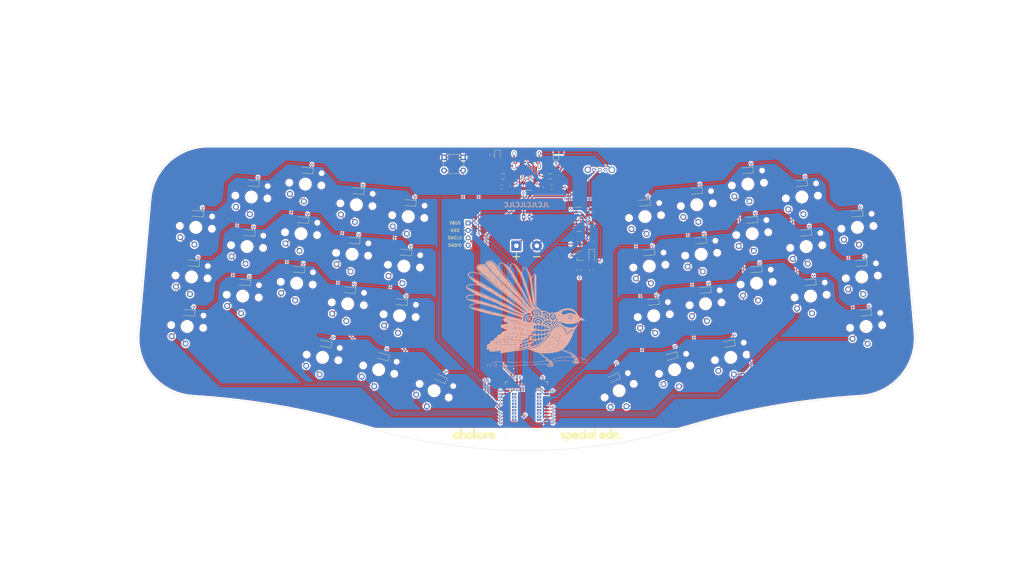
<source format=kicad_pcb>
(kicad_pcb (version 20171130) (host pcbnew "(5.1.4-0)")
  (layers (0 F.Cu signal) (31 B.Cu signal) (34 B.Paste user) (35 F.Paste user) (36 B.SilkS user) (37 F.SilkS user) (38 B.Mask user) (39 F.Mask user) (44 Edge.Cuts user))
  (net 0 "")
  (net 1 GND)
  (net 2 VBAT)
  (net 3 Earth)
  (net 4 VBUS)
  (net 5 "Net-(D2-Pad2)")
  (net 6 "Net-(D2-Pad1)")
  (net 7 ROW0)
  (net 8 "Net-(D3-Pad2)")
  (net 9 "Net-(D4-Pad2)")
  (net 10 "Net-(D5-Pad2)")
  (net 11 "Net-(D6-Pad2)")
  (net 12 "Net-(D7-Pad2)")
  (net 13 "Net-(D8-Pad2)")
  (net 14 "Net-(D9-Pad2)")
  (net 15 "Net-(D10-Pad2)")
  (net 16 "Net-(D11-Pad2)")
  (net 17 "Net-(D12-Pad2)")
  (net 18 ROW1)
  (net 19 "Net-(D13-Pad2)")
  (net 20 "Net-(D14-Pad2)")
  (net 21 "Net-(D15-Pad2)")
  (net 22 "Net-(D16-Pad2)")
  (net 23 "Net-(D17-Pad2)")
  (net 24 "Net-(D18-Pad2)")
  (net 25 "Net-(D19-Pad2)")
  (net 26 "Net-(D20-Pad2)")
  (net 27 "Net-(D21-Pad2)")
  (net 28 "Net-(D22-Pad2)")
  (net 29 ROW2)
  (net 30 "Net-(D23-Pad2)")
  (net 31 "Net-(D24-Pad2)")
  (net 32 "Net-(D25-Pad2)")
  (net 33 "Net-(D26-Pad2)")
  (net 34 "Net-(D27-Pad2)")
  (net 35 "Net-(D28-Pad2)")
  (net 36 "Net-(D29-Pad2)")
  (net 37 "Net-(D30-Pad2)")
  (net 38 "Net-(D31-Pad2)")
  (net 39 "Net-(D32-Pad2)")
  (net 40 ROW3)
  (net 41 "Net-(D33-Pad2)")
  (net 42 "Net-(D34-Pad2)")
  (net 43 "Net-(D35-Pad2)")
  (net 44 "Net-(D36-Pad2)")
  (net 45 "Net-(D37-Pad2)")
  (net 46 "Net-(D38-Pad2)")
  (net 47 RAW)
  (net 48 "Net-(R1-Pad2)")
  (net 49 "Net-(R3-Pad2)")
  (net 50 "Net-(R5-Pad2)")
  (net 51 BVOLT)
  (net 52 RESET)
  (net 53 VDD_NRF)
  (net 54 "Net-(U2-Pad4)")
  (net 55 "Net-(U4-Pad55)")
  (net 56 "Net-(U4-Pad54)")
  (net 57 "Net-(U4-Pad53)")
  (net 58 "Net-(U4-Pad52)")
  (net 59 "Net-(U4-Pad51)")
  (net 60 "Net-(U4-Pad50)")
  (net 61 "Net-(U4-Pad49)")
  (net 62 "Net-(U4-Pad48)")
  (net 63 "Net-(U4-Pad47)")
  (net 64 "Net-(U4-Pad46)")
  (net 65 "Net-(U4-Pad45)")
  (net 66 "Net-(U4-Pad43)")
  (net 67 "Net-(U4-Pad42)")
  (net 68 "Net-(U4-Pad41)")
  (net 69 "Net-(U4-Pad40)")
  (net 70 "Net-(U4-Pad39)")
  (net 71 "Net-(U4-Pad38)")
  (net 72 "Net-(U4-Pad20)")
  (net 73 "Net-(U4-Pad19)")
  (net 74 "Net-(U4-Pad18)")
  (net 75 "Net-(U4-Pad17)")
  (net 76 "Net-(U4-Pad16)")
  (net 77 "Net-(U4-Pad15)")
  (net 78 "Net-(U4-Pad13)")
  (net 79 "Net-(USB1-Pad3)")
  (net 80 "Net-(USB1-Pad9)")
  (net 81 COL0)
  (net 82 COL1)
  (net 83 COL2)
  (net 84 COL3)
  (net 85 COL4)
  (net 86 COL5)
  (net 87 COL6)
  (net 88 COL7)
  (net 89 COL8)
  (net 90 COL9)
  (net 91 "Net-(BT1-Pad1)")
  (net 92 "Net-(SW38-Pad3)")
  (net 93 LED_1)
  (net 94 "Net-(D39-Pad1)")
  (net 95 D+)
  (net 96 D-)
  (net 97 SWD)
  (net 98 SWC)
  (net 99 "Net-(U4-Pad9)")
  (net 100 "Net-(U4-Pad8)")
  (net 101 "Net-(U4-Pad11)")
  (net 102 "Net-(U4-Pad10)")
  (net 103 "Net-(C4-Pad1)")
  (module custom-parts:JST_PH_S2B-PH-K_1x02_P2.00mm_Horizontal (layer F.Cu) (at 130 26.4)
    (fp_text reference BT1)
    (fp_text value Battery_Cell)
    (pad 1 thru_hole roundrect (at -1.016 -2.286) (size 1.2 1.75) (drill 0.75) (layers *.Cu *.Mask) (roundrect_rratio 0.208333) (net 91 "Net-(BT1-Pad1)"))
    (pad 2 thru_hole oval (at 0.984 -2.286) (size 1.2 1.75) (drill 0.75) (layers *.Cu *.Mask) (net 1 GND))
  )
  (module Package_TO_SOT_SMD:SOT-143 (layer F.Cu) (at 130 13.5 180)
    (fp_text reference D40)
    (fp_text value SR05)
    (pad 4 smd rect (at 1.1 -0.95 90) (size 1 1.4) (layers F.Cu F.Paste F.Mask) (net 47 RAW))
    (pad 3 smd rect (at 1.1 0.95 90) (size 1 1.4) (layers F.Cu F.Paste F.Mask) (net 95 D+))
    (pad 2 smd rect (at -1.1 0.95 90) (size 1 1.4) (layers F.Cu F.Paste F.Mask) (net 96 D-))
    (pad 1 smd rect (at -1.1 -0.77 90) (size 1.2 1.4) (layers F.Cu F.Paste F.Mask) (net 1 GND))
  )
  (module custom-parts:OS102011MA1QN1 (layer F.Cu) (at 155 7)
    (fp_text reference SW38)
    (fp_text value SW_SPDT)
    (pad 0 thru_hole circle (at 4.1 1) (size 2.25 2.25) (drill 1.6) (layers *.Cu *.Mask) (net 3 Earth))
    (pad 3 thru_hole circle (at 2 1) (size 1.25 1.25) (drill 0.8) (layers *.Cu *.Mask) (net 92 "Net-(SW38-Pad3)"))
    (pad 2 thru_hole circle (at 0 1) (size 1.25 1.25) (drill 0.8) (layers *.Cu *.Mask) (net 2 VBAT))
    (pad 1 thru_hole circle (at -2 1) (size 1.25 1.25) (drill 0.8) (layers *.Cu *.Mask) (net 91 "Net-(BT1-Pad1)"))
    (pad "" thru_hole circle (at -4.1 1) (size 2.25 2.25) (drill 1.5) (layers *.Cu *.Mask) (net 3 Earth))
  )
  (module switches:Choc_PG1350_Choc_Spacing (layer F.Cu) (at 161.61586 83.528098 25)
    (fp_text reference SW35 hide)
    (fp_text value SW_Push hide)
    (pad "" np_thru_hole circle (at 0 0 25) (size 3.429 3.429) (drill 3.429) (layers *.Cu *.Mask))
    (pad 2 thru_hole circle (at -5 3.8 25) (size 2.032 2.032) (drill 1.27) (layers *.Cu *.Mask) (net 44 "Net-(D36-Pad2)"))
    (pad 1 thru_hole circle (at 0 5.9 25) (size 2.032 2.032) (drill 1.27) (layers *.Cu *.Mask) (net 86 COL5))
    (pad "" np_thru_hole circle (at 5.22 -4.2 25) (size 0.9906 0.9906) (drill 0.9906) (layers *.Cu *.Mask))
    (pad "" np_thru_hole circle (at 5.5 0 25) (size 1.7018 1.7018) (drill 1.7018) (layers *.Cu *.Mask))
    (pad "" np_thru_hole circle (at -5.5 0 25) (size 1.7018 1.7018) (drill 1.7018) (layers *.Cu *.Mask))
  )
  (module Capacitor_SMD:C_0805_2012Metric (layer F.Cu) (at 152.25 32.5 90)
    (fp_text reference C4)
    (fp_text value 1uF)
    (pad 2 smd roundrect (at 0.9375 0 90) (size 0.975 1.4) (layers F.Cu F.Paste F.Mask) (net 1 GND))
    (pad 1 smd roundrect (at -0.9375 0 90) (size 0.975 1.4) (layers F.Cu F.Paste F.Mask) (net 103 "Net-(C4-Pad1)"))
  )
  (module Capacitor_SMD:C_0805_2012Metric (layer F.Cu) (at 148 32.5 90)
    (fp_text reference C3)
    (fp_text value 1uF)
    (pad 2 smd roundrect (at 0.9375 0 90) (size 0.975 1.4) (layers F.Cu F.Paste F.Mask) (net 1 GND))
    (pad 1 smd roundrect (at -0.9375 0 90) (size 0.975 1.4) (layers F.Cu F.Paste F.Mask) (net 53 VDD_NRF))
  )
  (module custom-parts:fe4 (layer F.Cu) (at 152 98.7)
    (fp_text reference G*** hide)
    (fp_text value LOGO hide)
  )
  (module custom-parts:v2-2 (layer F.Cu) (at 143.8 94.25)
    (fp_text reference G*** hide)
    (fp_text value LOGO hide)
  )
  (module custom-parts:dezli (layer F.Cu) (at 114.2 94.2)
    (fp_text reference G*** hide)
    (fp_text value LOGO hide)
  )
  (module custom-parts:ahokore3 (layer F.Cu) (at 112 98.2)
    (fp_text reference G*** hide)
    (fp_text value LOGO hide)
  )
  (module custom-parts:fantail3 (layer B.Cu) (at 130 57 185)
    (fp_text reference G*** hide)
    (fp_text value LOGO hide)
  )
  (module Capacitor_SMD:C_1206_3216Metric (layer F.Cu) (at 122 10.3 180)
    (fp_text reference C2)
    (fp_text value 4.7n)
    (pad 2 smd roundrect (at 1.4 0 180) (size 1.25 1.75) (layers F.Cu F.Paste F.Mask) (roundrect_rratio 0.2) (net 3 Earth))
    (pad 1 smd roundrect (at -1.4 0 180) (size 1.25 1.75) (layers F.Cu F.Paste F.Mask) (roundrect_rratio 0.2) (net 1 GND))
  )
  (module custom-parts:custom-reset-switch (layer F.Cu) (at 105 6 180)
    (fp_text reference SW1)
    (fp_text value SW_SPST)
    (pad 2 thru_hole circle (at -3.302 2.214 270) (size 2 2) (drill 1.1) (layers *.Cu *.Mask) (net 1 GND))
    (pad 1 thru_hole circle (at -3.302 -2.286 270) (size 2 2) (drill 1.1) (layers *.Cu *.Mask) (net 52 RESET))
    (pad 2 thru_hole circle (at 3.198 2.214 270) (size 2 2) (drill 1.1) (layers *.Cu *.Mask) (net 1 GND))
    (pad 1 thru_hole circle (at 3.198 -2.286 270) (size 2 2) (drill 1.1) (layers *.Cu *.Mask) (net 52 RESET))
  )
  (module Resistor_SMD:R_0805_2012Metric (layer F.Cu) (at 118.1 3 270)
    (fp_text reference R9)
    (fp_text value 1k)
    (pad 2 smd roundrect (at 0.9375 0 270) (size 0.975 1.4) (layers F.Cu F.Paste F.Mask) (net 1 GND))
    (pad 1 smd roundrect (at -0.9375 0 270) (size 0.975 1.4) (layers F.Cu F.Paste F.Mask) (net 94 "Net-(D39-Pad1)"))
  )
  (module Diode_SMD:D_0805_2012Metric (layer F.Cu) (at 120 3 270)
    (fp_text reference D39)
    (fp_text value LED_Small)
    (pad 2 smd roundrect (at 0.9375 0 270) (size 0.975 1.4) (layers F.Cu F.Paste F.Mask) (net 93 LED_1))
    (pad 1 smd roundrect (at -0.9375 0 270) (size 0.975 1.4) (layers F.Cu F.Paste F.Mask) (net 94 "Net-(D39-Pad1)"))
  )
  (module custom-parts:custombatteryconnector (layer F.Cu) (at 130 34)
    (fp_text reference BT2)
    (fp_text value Battery_Cell)
    (pad 2 thru_hole circle (at 3.5 0) (size 3.5 3.5) (drill 1.55) (layers *.Cu *.Mask) (net 1 GND))
    (pad 1 thru_hole roundrect (at -3.5 0) (size 3.5 3.5) (drill 1.55) (layers *.Cu *.Mask) (roundrect_rratio 0.07099999999999999) (net 91 "Net-(BT1-Pad1)"))
  )
  (module kicad-keyboard-parts:nRF52840_holyiot_18010 (layer F.Cu) (at 130 90 180)
    (fp_text reference U4)
    (fp_text value nRF52840_holyiot_18010)
    (pad 55 thru_hole rect (at 4.25 5.3) (size 1.524 0.7) (drill 0.4) (layers *.Cu *.Mask) (net 55 "Net-(U4-Pad55)"))
    (pad 54 thru_hole rect (at 4.25 4.2) (size 1.524 0.7) (drill 0.4) (layers *.Cu *.Mask) (net 56 "Net-(U4-Pad54)"))
    (pad 53 thru_hole rect (at 4.25 3.1) (size 1.524 0.7) (drill 0.4) (layers *.Cu *.Mask) (net 57 "Net-(U4-Pad53)"))
    (pad 52 thru_hole rect (at 4.25 2) (size 1.524 0.7) (drill 0.4) (layers *.Cu *.Mask) (net 58 "Net-(U4-Pad52)"))
    (pad 51 thru_hole rect (at 4.25 0.9) (size 1.524 0.7) (drill 0.4) (layers *.Cu *.Mask) (net 59 "Net-(U4-Pad51)"))
    (pad 50 thru_hole rect (at 4.25 -0.2) (size 1.524 0.7) (drill 0.4) (layers *.Cu *.Mask) (net 60 "Net-(U4-Pad50)"))
    (pad 49 thru_hole rect (at 4.25 -1.3) (size 1.524 0.7) (drill 0.4) (layers *.Cu *.Mask) (net 61 "Net-(U4-Pad49)"))
    (pad 48 thru_hole rect (at 4.25 -2.4) (size 1.524 0.7) (drill 0.4) (layers *.Cu *.Mask) (net 62 "Net-(U4-Pad48)"))
    (pad 47 thru_hole rect (at 4.25 -3.5) (size 1.524 0.7) (drill 0.4) (layers *.Cu *.Mask) (net 63 "Net-(U4-Pad47)"))
    (pad 46 thru_hole rect (at -4.25 5.3) (size 1.524 0.7) (drill 0.4) (layers *.Cu *.Mask) (net 64 "Net-(U4-Pad46)"))
    (pad 45 thru_hole rect (at -4.25 4.2) (size 1.524 0.7) (drill 0.4) (layers *.Cu *.Mask) (net 65 "Net-(U4-Pad45)"))
    (pad 44 thru_hole rect (at -4.25 3.1) (size 1.524 0.7) (drill 0.4) (layers *.Cu *.Mask))
    (pad 43 thru_hole rect (at -4.25 2) (size 1.524 0.7) (drill 0.4) (layers *.Cu *.Mask) (net 66 "Net-(U4-Pad43)"))
    (pad 42 thru_hole rect (at -4.25 0.9) (size 1.524 0.7) (drill 0.4) (layers *.Cu *.Mask) (net 67 "Net-(U4-Pad42)"))
    (pad 41 thru_hole rect (at -4.25 -0.2) (size 1.524 0.7) (drill 0.4) (layers *.Cu *.Mask) (net 68 "Net-(U4-Pad41)"))
    (pad 40 thru_hole rect (at -4.25 -1.3) (size 1.524 0.7) (drill 0.4) (layers *.Cu *.Mask) (net 69 "Net-(U4-Pad40)"))
    (pad 39 thru_hole rect (at -4.25 -2.4) (size 1.524 0.7) (drill 0.4) (layers *.Cu *.Mask) (net 70 "Net-(U4-Pad39)"))
    (pad 38 thru_hole rect (at -4.25 -3.5) (size 1.524 0.7) (drill 0.4) (layers *.Cu *.Mask) (net 71 "Net-(U4-Pad38)"))
    (pad 37 smd rect (at 6.75 -5.7) (size 1.524 0.7) (layers F.Cu F.Paste F.Mask) (net 1 GND))
    (pad 36 smd rect (at 6.75 -4.6) (size 1.524 0.7) (layers F.Cu F.Paste F.Mask) (net 81 COL0))
    (pad 35 smd rect (at 6.75 -3.5) (size 1.524 0.7) (layers F.Cu F.Paste F.Mask) (net 82 COL1))
    (pad 34 smd rect (at 6.75 -2.4) (size 1.524 0.7) (layers F.Cu F.Paste F.Mask) (net 83 COL2))
    (pad 33 smd rect (at 6.75 -1.3) (size 1.524 0.7) (layers F.Cu F.Paste F.Mask) (net 84 COL3))
    (pad 32 smd rect (at 6.75 -0.2) (size 1.524 0.7) (layers F.Cu F.Paste F.Mask) (net 97 SWD))
    (pad 31 smd rect (at 6.75 0.9) (size 1.524 0.7) (layers F.Cu F.Paste F.Mask) (net 98 SWC))
    (pad 30 smd rect (at 6.75 2) (size 1.524 0.7) (layers F.Cu F.Paste F.Mask) (net 85 COL4))
    (pad 29 smd rect (at 6.75 3.1) (size 1.524 0.7) (layers F.Cu F.Paste F.Mask) (net 40 ROW3))
    (pad 28 smd rect (at 6.75 4.2) (size 1.524 0.7) (layers F.Cu F.Paste F.Mask) (net 29 ROW2))
    (pad 27 smd rect (at 6.75 5.3) (size 1.524 0.7) (layers F.Cu F.Paste F.Mask) (net 18 ROW1))
    (pad 26 smd rect (at 6.75 6.4) (size 1.524 0.7) (layers F.Cu F.Paste F.Mask) (net 7 ROW0))
    (pad 25 smd rect (at 6.75 7.5) (size 1.524 0.7) (layers F.Cu F.Paste F.Mask) (net 1 GND))
    (pad 24 smd rect (at 5.5 9 270) (size 1.524 0.7) (layers F.Cu F.Paste F.Mask) (net 95 D+))
    (pad 23 smd rect (at 4.4 9 270) (size 1.524 0.7) (layers F.Cu F.Paste F.Mask) (net 96 D-))
    (pad 22 smd rect (at 3.3 9 270) (size 1.524 0.7) (layers F.Cu F.Paste F.Mask) (net 4 VBUS))
    (pad 21 smd rect (at 2.2 9 270) (size 1.524 0.7) (layers F.Cu F.Paste F.Mask) (net 52 RESET))
    (pad 20 smd rect (at 1.1 9 270) (size 1.524 0.7) (layers F.Cu F.Paste F.Mask) (net 72 "Net-(U4-Pad20)"))
    (pad 19 smd rect (at 0 9 270) (size 1.524 0.7) (layers F.Cu F.Paste F.Mask) (net 73 "Net-(U4-Pad19)"))
    (pad 18 smd rect (at -1.1 9 270) (size 1.524 0.7) (layers F.Cu F.Paste F.Mask) (net 74 "Net-(U4-Pad18)"))
    (pad 17 smd rect (at -2.2 9 270) (size 1.524 0.7) (layers F.Cu F.Paste F.Mask) (net 75 "Net-(U4-Pad17)"))
    (pad 16 smd rect (at -3.3 9 270) (size 1.524 0.7) (layers F.Cu F.Paste F.Mask) (net 76 "Net-(U4-Pad16)"))
    (pad 15 smd rect (at -4.4 9 270) (size 1.524 0.7) (layers F.Cu F.Paste F.Mask) (net 77 "Net-(U4-Pad15)"))
    (pad 14 smd rect (at -5.5 9 270) (size 1.524 0.7) (layers F.Cu F.Paste F.Mask) (net 53 VDD_NRF))
    (pad 13 smd rect (at -6.75 7.5 180) (size 1.524 0.7) (layers F.Cu F.Paste F.Mask) (net 78 "Net-(U4-Pad13)"))
    (pad 12 smd rect (at -6.75 6.4 180) (size 1.524 0.7) (layers F.Cu F.Paste F.Mask) (net 51 BVOLT))
    (pad 11 smd rect (at -6.75 5.3 180) (size 1.524 0.7) (layers F.Cu F.Paste F.Mask) (net 101 "Net-(U4-Pad11)"))
    (pad 10 smd rect (at -6.75 4.2 180) (size 1.524 0.7) (layers F.Cu F.Paste F.Mask) (net 102 "Net-(U4-Pad10)"))
    (pad 9 smd rect (at -6.75 3.1 180) (size 1.524 0.7) (layers F.Cu F.Paste F.Mask) (net 99 "Net-(U4-Pad9)"))
    (pad 8 smd rect (at -6.75 2 180) (size 1.524 0.7) (layers F.Cu F.Paste F.Mask) (net 100 "Net-(U4-Pad8)"))
    (pad 7 smd rect (at -6.75 0.9 180) (size 1.524 0.7) (layers F.Cu F.Paste F.Mask) (net 86 COL5))
    (pad 6 smd rect (at -6.75 -0.2 180) (size 1.524 0.7) (layers F.Cu F.Paste F.Mask) (net 87 COL6))
    (pad 5 smd rect (at -6.75 -1.3 180) (size 1.524 0.7) (layers F.Cu F.Paste F.Mask) (net 93 LED_1))
    (pad 4 smd rect (at -6.75 -2.4 180) (size 1.524 0.7) (layers F.Cu F.Paste F.Mask) (net 88 COL7))
    (pad 3 smd rect (at -6.75 -3.5 180) (size 1.524 0.7) (layers F.Cu F.Paste F.Mask) (net 89 COL8))
    (pad 2 smd rect (at -6.75 -4.6 180) (size 1.524 0.7) (layers F.Cu F.Paste F.Mask) (net 90 COL9))
    (pad 1 smd rect (at -6.75 -5.7 180) (size 1.524 0.7) (layers F.Cu F.Paste F.Mask) (net 1 GND))
  )
  (module switches:Choc_PG1350_Choc_Spacing (layer F.Cu) (at 60.229793 72.159466 350)
    (fp_text reference SW32 hide)
    (fp_text value SW_Push hide)
    (pad "" np_thru_hole circle (at 0 0 350) (size 3.429 3.429) (drill 3.429) (layers *.Cu *.Mask))
    (pad 2 thru_hole circle (at -5 3.8 350) (size 2.032 2.032) (drill 1.27) (layers *.Cu *.Mask) (net 83 COL2))
    (pad 1 thru_hole circle (at 0 5.9 350) (size 2.032 2.032) (drill 1.27) (layers *.Cu *.Mask) (net 41 "Net-(D33-Pad2)"))
    (pad "" np_thru_hole circle (at 5.22 -4.2 350) (size 0.9906 0.9906) (drill 0.9906) (layers *.Cu *.Mask))
    (pad "" np_thru_hole circle (at 5.5 0 350) (size 1.7018 1.7018) (drill 1.7018) (layers *.Cu *.Mask))
    (pad "" np_thru_hole circle (at -5.5 0 350) (size 1.7018 1.7018) (drill 1.7018) (layers *.Cu *.Mask))
  )
  (module switches:Choc_PG1350_Choc_Spacing (layer F.Cu) (at 199.770207 72.159467 10)
    (fp_text reference SW37 hide)
    (fp_text value SW_Push hide)
    (pad "" np_thru_hole circle (at 0 0 10) (size 3.429 3.429) (drill 3.429) (layers *.Cu *.Mask))
    (pad 2 thru_hole circle (at -5 3.8 10) (size 2.032 2.032) (drill 1.27) (layers *.Cu *.Mask) (net 46 "Net-(D38-Pad2)"))
    (pad 1 thru_hole circle (at 0 5.9 10) (size 2.032 2.032) (drill 1.27) (layers *.Cu *.Mask) (net 88 COL7))
    (pad "" np_thru_hole circle (at 5.22 -4.2 10) (size 0.9906 0.9906) (drill 0.9906) (layers *.Cu *.Mask))
    (pad "" np_thru_hole circle (at 5.5 0 10) (size 1.7018 1.7018) (drill 1.7018) (layers *.Cu *.Mask))
    (pad "" np_thru_hole circle (at -5.5 0 10) (size 1.7018 1.7018) (drill 1.7018) (layers *.Cu *.Mask))
  )
  (module switches:Choc_PG1350_Choc_Spacing (layer F.Cu) (at 180.5623 76.34949 15)
    (fp_text reference SW36 hide)
    (fp_text value SW_Push hide)
    (pad "" np_thru_hole circle (at 0 0 15) (size 3.429 3.429) (drill 3.429) (layers *.Cu *.Mask))
    (pad 2 thru_hole circle (at -5 3.8 15) (size 2.032 2.032) (drill 1.27) (layers *.Cu *.Mask) (net 45 "Net-(D37-Pad2)"))
    (pad 1 thru_hole circle (at 0 5.9 15) (size 2.032 2.032) (drill 1.27) (layers *.Cu *.Mask) (net 87 COL6))
    (pad "" np_thru_hole circle (at 5.22 -4.2 15) (size 0.9906 0.9906) (drill 0.9906) (layers *.Cu *.Mask))
    (pad "" np_thru_hole circle (at 5.5 0 15) (size 1.7018 1.7018) (drill 1.7018) (layers *.Cu *.Mask))
    (pad "" np_thru_hole circle (at -5.5 0 15) (size 1.7018 1.7018) (drill 1.7018) (layers *.Cu *.Mask))
  )
  (module Diode_SMD:D_SOD-123 (layer F.Cu) (at 61.04594 67.53087 170)
    (fp_text reference D33)
    (fp_text value D_Small)
    (pad 2 smd rect (at 1.65 0 170) (size 0.9 1.2) (layers F.Cu F.Paste F.Mask) (net 41 "Net-(D33-Pad2)"))
    (pad 1 smd rect (at -1.65 0 170) (size 0.9 1.2) (layers F.Cu F.Paste F.Mask) (net 40 ROW3))
  )
  (module Diode_SMD:D_SOD-123 (layer F.Cu) (at 170.054342 19.348413 185)
    (fp_text reference D8)
    (fp_text value D_Small)
    (pad 2 smd rect (at 1.65 0 185) (size 0.9 1.2) (layers F.Cu F.Paste F.Mask) (net 13 "Net-(D8-Pad2)"))
    (pad 1 smd rect (at -1.65 0 185) (size 0.9 1.2) (layers F.Cu F.Paste F.Mask) (net 7 ROW0))
  )
  (module Diode_SMD:D_SOD-123 (layer F.Cu) (at 34.843808 29.584923 175)
    (fp_text reference D14)
    (fp_text value D_Small)
    (pad 2 smd rect (at 1.65 0 175) (size 0.9 1.2) (layers F.Cu F.Paste F.Mask) (net 20 "Net-(D14-Pad2)"))
    (pad 1 smd rect (at -1.65 0 175) (size 0.9 1.2) (layers F.Cu F.Paste F.Mask) (net 18 ROW1))
  )
  (module Diode_SMD:D_SOD-123 (layer F.Cu) (at 198.95406 67.53087 190)
    (fp_text reference D38)
    (fp_text value D_Small)
    (pad 2 smd rect (at 1.65 0 190) (size 0.9 1.2) (layers F.Cu F.Paste F.Mask) (net 46 "Net-(D38-Pad2)"))
    (pad 1 smd rect (at -1.65 0 190) (size 0.9 1.2) (layers F.Cu F.Paste F.Mask) (net 40 ROW3))
  )
  (module Diode_SMD:D_SOD-123 (layer F.Cu) (at 179.345851 71.809639 195)
    (fp_text reference D37)
    (fp_text value D_Small)
    (pad 2 smd rect (at 1.65 0 195) (size 0.9 1.2) (layers F.Cu F.Paste F.Mask) (net 45 "Net-(D37-Pad2)"))
    (pad 1 smd rect (at -1.65 0 195) (size 0.9 1.2) (layers F.Cu F.Paste F.Mask) (net 40 ROW3))
  )
  (module Diode_SMD:D_SOD-123 (layer F.Cu) (at 159.629555 79.268452 205)
    (fp_text reference D36)
    (fp_text value D_Small)
    (pad 2 smd rect (at 1.65 0 205) (size 0.9 1.2) (layers F.Cu F.Paste F.Mask) (net 44 "Net-(D36-Pad2)"))
    (pad 1 smd rect (at -1.65 0 205) (size 0.9 1.2) (layers F.Cu F.Paste F.Mask) (net 40 ROW3))
  )
  (module Diode_SMD:D_SOD-123 (layer F.Cu) (at 100.370445 79.268452 155)
    (fp_text reference D35)
    (fp_text value D_Small)
    (pad 2 smd rect (at 1.65 0 155) (size 0.9 1.2) (layers F.Cu F.Paste F.Mask) (net 43 "Net-(D35-Pad2)"))
    (pad 1 smd rect (at -1.65 0 155) (size 0.9 1.2) (layers F.Cu F.Paste F.Mask) (net 40 ROW3))
  )
  (module Diode_SMD:D_SOD-123 (layer F.Cu) (at 80.654149 71.809639 165)
    (fp_text reference D34)
    (fp_text value D_Small)
    (pad 2 smd rect (at 1.65 0 165) (size 0.9 1.2) (layers F.Cu F.Paste F.Mask) (net 42 "Net-(D34-Pad2)"))
    (pad 1 smd rect (at -1.65 0 165) (size 0.9 1.2) (layers F.Cu F.Paste F.Mask) (net 40 ROW3))
  )
  (module Diode_SMD:D_SOD-123 (layer F.Cu) (at 245.615213 56.905766 185)
    (fp_text reference D32)
    (fp_text value D_Small)
    (pad 2 smd rect (at 1.65 0 185) (size 0.9 1.2) (layers F.Cu F.Paste F.Mask) (net 39 "Net-(D32-Pad2)"))
    (pad 1 smd rect (at -1.65 0 185) (size 0.9 1.2) (layers F.Cu F.Paste F.Mask) (net 29 ROW2))
  )
  (module Diode_SMD:D_SOD-123 (layer F.Cu) (at 226.63784 46.520233 185)
    (fp_text reference D31)
    (fp_text value D_Small)
    (pad 2 smd rect (at 1.65 0 185) (size 0.9 1.2) (layers F.Cu F.Paste F.Mask) (net 38 "Net-(D31-Pad2)"))
    (pad 1 smd rect (at -1.65 0 185) (size 0.9 1.2) (layers F.Cu F.Paste F.Mask) (net 29 ROW2))
  )
  (module Diode_SMD:D_SOD-123 (layer F.Cu) (at 208.183401 42.111868 185)
    (fp_text reference D30)
    (fp_text value D_Small)
    (pad 2 smd rect (at 1.65 0 185) (size 0.9 1.2) (layers F.Cu F.Paste F.Mask) (net 37 "Net-(D30-Pad2)"))
    (pad 1 smd rect (at -1.65 0 185) (size 0.9 1.2) (layers F.Cu F.Paste F.Mask) (net 29 ROW2))
  )
  (module Diode_SMD:D_SOD-123 (layer F.Cu) (at 190.731253 49.159742 185)
    (fp_text reference D29)
    (fp_text value D_Small)
    (pad 2 smd rect (at 1.65 0 185) (size 0.9 1.2) (layers F.Cu F.Paste F.Mask) (net 36 "Net-(D29-Pad2)"))
    (pad 1 smd rect (at -1.65 0 185) (size 0.9 1.2) (layers F.Cu F.Paste F.Mask) (net 29 ROW2))
  )
  (module Diode_SMD:D_SOD-123 (layer F.Cu) (at 173.017638 53.219033 185)
    (fp_text reference D28)
    (fp_text value D_Small)
    (pad 2 smd rect (at 1.65 0 185) (size 0.9 1.2) (layers F.Cu F.Paste F.Mask) (net 35 "Net-(D28-Pad2)"))
    (pad 1 smd rect (at -1.65 0 185) (size 0.9 1.2) (layers F.Cu F.Paste F.Mask) (net 29 ROW2))
  )
  (module Diode_SMD:D_SOD-123 (layer F.Cu) (at 86.982362 53.219033 175)
    (fp_text reference D27)
    (fp_text value D_Small)
    (pad 2 smd rect (at 1.65 0 175) (size 0.9 1.2) (layers F.Cu F.Paste F.Mask) (net 34 "Net-(D27-Pad2)"))
    (pad 1 smd rect (at -1.65 0 175) (size 0.9 1.2) (layers F.Cu F.Paste F.Mask) (net 29 ROW2))
  )
  (module Diode_SMD:D_SOD-123 (layer F.Cu) (at 69.268747 49.159742 175)
    (fp_text reference D26)
    (fp_text value D_Small)
    (pad 2 smd rect (at 1.65 0 175) (size 0.9 1.2) (layers F.Cu F.Paste F.Mask) (net 33 "Net-(D26-Pad2)"))
    (pad 1 smd rect (at -1.65 0 175) (size 0.9 1.2) (layers F.Cu F.Paste F.Mask) (net 29 ROW2))
  )
  (module Diode_SMD:D_SOD-123 (layer F.Cu) (at 51.816599 42.111868 175)
    (fp_text reference D25)
    (fp_text value D_Small)
    (pad 2 smd rect (at 1.65 0 175) (size 0.9 1.2) (layers F.Cu F.Paste F.Mask) (net 32 "Net-(D25-Pad2)"))
    (pad 1 smd rect (at -1.65 0 175) (size 0.9 1.2) (layers F.Cu F.Paste F.Mask) (net 29 ROW2))
  )
  (module Diode_SMD:D_SOD-123 (layer F.Cu) (at 33.36216 46.520233 175)
    (fp_text reference D24)
    (fp_text value D_Small)
    (pad 2 smd rect (at 1.65 0 175) (size 0.9 1.2) (layers F.Cu F.Paste F.Mask) (net 31 "Net-(D24-Pad2)"))
    (pad 1 smd rect (at -1.65 0 175) (size 0.9 1.2) (layers F.Cu F.Paste F.Mask) (net 29 ROW2))
  )
  (module Diode_SMD:D_SOD-123 (layer F.Cu) (at 14.384787 56.905766 175)
    (fp_text reference D23)
    (fp_text value D_Small)
    (pad 2 smd rect (at 1.65 0 175) (size 0.9 1.2) (layers F.Cu F.Paste F.Mask) (net 30 "Net-(D23-Pad2)"))
    (pad 1 smd rect (at -1.65 0 175) (size 0.9 1.2) (layers F.Cu F.Paste F.Mask) (net 29 ROW2))
  )
  (module Diode_SMD:D_SOD-123 (layer F.Cu) (at 244.133566 39.970456 185)
    (fp_text reference D22)
    (fp_text value D_Small)
    (pad 2 smd rect (at 1.65 0 185) (size 0.9 1.2) (layers F.Cu F.Paste F.Mask) (net 28 "Net-(D22-Pad2)"))
    (pad 1 smd rect (at -1.65 0 185) (size 0.9 1.2) (layers F.Cu F.Paste F.Mask) (net 18 ROW1))
  )
  (module Diode_SMD:D_SOD-123 (layer F.Cu) (at 225.156192 29.584923 185)
    (fp_text reference D21)
    (fp_text value D_Small)
    (pad 2 smd rect (at 1.65 0 185) (size 0.9 1.2) (layers F.Cu F.Paste F.Mask) (net 27 "Net-(D21-Pad2)"))
    (pad 1 smd rect (at -1.65 0 185) (size 0.9 1.2) (layers F.Cu F.Paste F.Mask) (net 18 ROW1))
  )
  (module Diode_SMD:D_SOD-123 (layer F.Cu) (at 206.701753 25.176558 185)
    (fp_text reference D20)
    (fp_text value D_Small)
    (pad 2 smd rect (at 1.65 0 185) (size 0.9 1.2) (layers F.Cu F.Paste F.Mask) (net 26 "Net-(D20-Pad2)"))
    (pad 1 smd rect (at -1.65 0 185) (size 0.9 1.2) (layers F.Cu F.Paste F.Mask) (net 18 ROW1))
  )
  (module Diode_SMD:D_SOD-123 (layer F.Cu) (at 189.249605 32.224433 185)
    (fp_text reference D19)
    (fp_text value D_Small)
    (pad 2 smd rect (at 1.65 0 185) (size 0.9 1.2) (layers F.Cu F.Paste F.Mask) (net 25 "Net-(D19-Pad2)"))
    (pad 1 smd rect (at -1.65 0 185) (size 0.9 1.2) (layers F.Cu F.Paste F.Mask) (net 18 ROW1))
  )
  (module Diode_SMD:D_SOD-123 (layer F.Cu) (at 171.53599 36.283723 185)
    (fp_text reference D18)
    (fp_text value D_Small)
    (pad 2 smd rect (at 1.65 0 185) (size 0.9 1.2) (layers F.Cu F.Paste F.Mask) (net 24 "Net-(D18-Pad2)"))
    (pad 1 smd rect (at -1.65 0 185) (size 0.9 1.2) (layers F.Cu F.Paste F.Mask) (net 18 ROW1))
  )
  (module Diode_SMD:D_SOD-123 (layer F.Cu) (at 88.46401 36.283723 175)
    (fp_text reference D17)
    (fp_text value D_Small)
    (pad 2 smd rect (at 1.65 0 175) (size 0.9 1.2) (layers F.Cu F.Paste F.Mask) (net 23 "Net-(D17-Pad2)"))
    (pad 1 smd rect (at -1.65 0 175) (size 0.9 1.2) (layers F.Cu F.Paste F.Mask) (net 18 ROW1))
  )
  (module Diode_SMD:D_SOD-123 (layer F.Cu) (at 70.750395 32.224433 175)
    (fp_text reference D16)
    (fp_text value D_Small)
    (pad 2 smd rect (at 1.65 0 175) (size 0.9 1.2) (layers F.Cu F.Paste F.Mask) (net 22 "Net-(D16-Pad2)"))
    (pad 1 smd rect (at -1.65 0 175) (size 0.9 1.2) (layers F.Cu F.Paste F.Mask) (net 18 ROW1))
  )
  (module Diode_SMD:D_SOD-123 (layer F.Cu) (at 53.298247 25.176558 175)
    (fp_text reference D15)
    (fp_text value D_Small)
    (pad 2 smd rect (at 1.65 0 175) (size 0.9 1.2) (layers F.Cu F.Paste F.Mask) (net 21 "Net-(D15-Pad2)"))
    (pad 1 smd rect (at -1.65 0 175) (size 0.9 1.2) (layers F.Cu F.Paste F.Mask) (net 18 ROW1))
  )
  (module Diode_SMD:D_SOD-123 (layer F.Cu) (at 15.866434 39.970456 175)
    (fp_text reference D13)
    (fp_text value D_Small)
    (pad 2 smd rect (at 1.65 0 175) (size 0.9 1.2) (layers F.Cu F.Paste F.Mask) (net 19 "Net-(D13-Pad2)"))
    (pad 1 smd rect (at -1.65 0 175) (size 0.9 1.2) (layers F.Cu F.Paste F.Mask) (net 18 ROW1))
  )
  (module Diode_SMD:D_SOD-123 (layer F.Cu) (at 242.651918 23.035146 185)
    (fp_text reference D12)
    (fp_text value D_Small)
    (pad 2 smd rect (at 1.65 0 185) (size 0.9 1.2) (layers F.Cu F.Paste F.Mask) (net 17 "Net-(D12-Pad2)"))
    (pad 1 smd rect (at -1.65 0 185) (size 0.9 1.2) (layers F.Cu F.Paste F.Mask) (net 7 ROW0))
  )
  (module Diode_SMD:D_SOD-123 (layer F.Cu) (at 223.674545 12.649613 185)
    (fp_text reference D11)
    (fp_text value D_Small)
    (pad 2 smd rect (at 1.65 0 185) (size 0.9 1.2) (layers F.Cu F.Paste F.Mask) (net 16 "Net-(D11-Pad2)"))
    (pad 1 smd rect (at -1.65 0 185) (size 0.9 1.2) (layers F.Cu F.Paste F.Mask) (net 7 ROW0))
  )
  (module Diode_SMD:D_SOD-123 (layer F.Cu) (at 205.220106 8.241249 185)
    (fp_text reference D10)
    (fp_text value D_Small)
    (pad 2 smd rect (at 1.65 0 185) (size 0.9 1.2) (layers F.Cu F.Paste F.Mask) (net 15 "Net-(D10-Pad2)"))
    (pad 1 smd rect (at -1.65 0 185) (size 0.9 1.2) (layers F.Cu F.Paste F.Mask) (net 7 ROW0))
  )
  (module Diode_SMD:D_SOD-123 (layer F.Cu) (at 187.767958 15.289123 185)
    (fp_text reference D9)
    (fp_text value D_Small)
    (pad 2 smd rect (at 1.65 0 185) (size 0.9 1.2) (layers F.Cu F.Paste F.Mask) (net 14 "Net-(D9-Pad2)"))
    (pad 1 smd rect (at -1.65 0 185) (size 0.9 1.2) (layers F.Cu F.Paste F.Mask) (net 7 ROW0))
  )
  (module Diode_SMD:D_SOD-123 (layer F.Cu) (at 89.945657 19.348414 175)
    (fp_text reference D7)
    (fp_text value D_Small)
    (pad 2 smd rect (at 1.65 0 175) (size 0.9 1.2) (layers F.Cu F.Paste F.Mask) (net 12 "Net-(D7-Pad2)"))
    (pad 1 smd rect (at -1.65 0 175) (size 0.9 1.2) (layers F.Cu F.Paste F.Mask) (net 7 ROW0))
  )
  (module Diode_SMD:D_SOD-123 (layer F.Cu) (at 72.232042 15.289123 175)
    (fp_text reference D6)
    (fp_text value D_Small)
    (pad 2 smd rect (at 1.65 0 175) (size 0.9 1.2) (layers F.Cu F.Paste F.Mask) (net 11 "Net-(D6-Pad2)"))
    (pad 1 smd rect (at -1.65 0 175) (size 0.9 1.2) (layers F.Cu F.Paste F.Mask) (net 7 ROW0))
  )
  (module Diode_SMD:D_SOD-123 (layer F.Cu) (at 54.779894 8.241249 175)
    (fp_text reference D5)
    (fp_text value D_Small)
    (pad 2 smd rect (at 1.65 0 175) (size 0.9 1.2) (layers F.Cu F.Paste F.Mask) (net 10 "Net-(D5-Pad2)"))
    (pad 1 smd rect (at -1.65 0 175) (size 0.9 1.2) (layers F.Cu F.Paste F.Mask) (net 7 ROW0))
  )
  (module Diode_SMD:D_SOD-123 (layer F.Cu) (at 36.325455 12.649613 175)
    (fp_text reference D4)
    (fp_text value D_Small)
    (pad 2 smd rect (at 1.65 0 175) (size 0.9 1.2) (layers F.Cu F.Paste F.Mask) (net 9 "Net-(D4-Pad2)"))
    (pad 1 smd rect (at -1.65 0 175) (size 0.9 1.2) (layers F.Cu F.Paste F.Mask) (net 7 ROW0))
  )
  (module Diode_SMD:D_SOD-123 (layer F.Cu) (at 17.348082 23.035146 175)
    (fp_text reference D3)
    (fp_text value D_Small)
    (pad 2 smd rect (at 1.65 0 175) (size 0.9 1.2) (layers F.Cu F.Paste F.Mask) (net 8 "Net-(D3-Pad2)"))
    (pad 1 smd rect (at -1.65 0 175) (size 0.9 1.2) (layers F.Cu F.Paste F.Mask) (net 7 ROW0))
  )
  (module switches:Choc_PG1350_Choc_Spacing (layer F.Cu) (at 227.047472 51.202348 5)
    (fp_text reference SW30 hide)
    (fp_text value SW_Push hide)
    (pad "" np_thru_hole circle (at 0 0 5) (size 3.429 3.429) (drill 3.429) (layers *.Cu *.Mask))
    (pad 2 thru_hole circle (at -5 3.8 5) (size 2.032 2.032) (drill 1.27) (layers *.Cu *.Mask) (net 89 COL8))
    (pad 1 thru_hole circle (at 0 5.9 5) (size 2.032 2.032) (drill 1.27) (layers *.Cu *.Mask) (net 38 "Net-(D31-Pad2)"))
    (pad "" np_thru_hole circle (at 5.22 -4.2 5) (size 0.9906 0.9906) (drill 0.9906) (layers *.Cu *.Mask))
    (pad "" np_thru_hole circle (at 5.5 0 5) (size 1.7018 1.7018) (drill 1.7018) (layers *.Cu *.Mask))
    (pad "" np_thru_hole circle (at -5.5 0 5) (size 1.7018 1.7018) (drill 1.7018) (layers *.Cu *.Mask))
  )
  (module Type-C:HRO-TYPE-C-31-M-12-HandSoldering (layer F.Cu) (at 130 -0.1 180)
    (fp_text reference USB1)
    (fp_text value HRO-TYPE-C-31-M-12)
    (pad 12 smd rect (at 3.225 -8.195 180) (size 0.6 2.45) (layers F.Cu F.Paste F.Mask) (net 1 GND))
    (pad 1 smd rect (at -3.225 -8.195 180) (size 0.6 2.45) (layers F.Cu F.Paste F.Mask) (net 1 GND))
    (pad 11 smd rect (at 2.45 -8.195 180) (size 0.6 2.45) (layers F.Cu F.Paste F.Mask) (net 47 RAW))
    (pad 2 smd rect (at -2.45 -8.195 180) (size 0.6 2.45) (layers F.Cu F.Paste F.Mask) (net 47 RAW))
    (pad 3 smd rect (at -1.75 -8.195 180) (size 0.3 2.45) (layers F.Cu F.Paste F.Mask) (net 79 "Net-(USB1-Pad3)"))
    (pad 10 smd rect (at 1.75 -8.195 180) (size 0.3 2.45) (layers F.Cu F.Paste F.Mask) (net 50 "Net-(R5-Pad2)"))
    (pad 4 smd rect (at -1.25 -8.195 180) (size 0.3 2.45) (layers F.Cu F.Paste F.Mask) (net 48 "Net-(R1-Pad2)"))
    (pad 9 smd rect (at 1.25 -8.195 180) (size 0.3 2.45) (layers F.Cu F.Paste F.Mask) (net 80 "Net-(USB1-Pad9)"))
    (pad 5 smd rect (at -0.75 -8.195 180) (size 0.3 2.45) (layers F.Cu F.Paste F.Mask) (net 96 D-))
    (pad 8 smd rect (at 0.75 -8.195 180) (size 0.3 2.45) (layers F.Cu F.Paste F.Mask) (net 95 D+))
    (pad 7 smd rect (at 0.25 -8.195 180) (size 0.3 2.45) (layers F.Cu F.Paste F.Mask) (net 96 D-))
    (pad 6 smd rect (at -0.25 -8.195 180) (size 0.3 2.45) (layers F.Cu F.Paste F.Mask) (net 95 D+))
    (pad "" np_thru_hole circle (at 2.89 -6.25 180) (size 0.65 0.65) (drill 0.65) (layers *.Cu *.Mask))
    (pad "" np_thru_hole circle (at -2.89 -6.25 180) (size 0.65 0.65) (drill 0.65) (layers *.Cu *.Mask))
    (pad 13 thru_hole oval (at -4.32 -6.78 180) (size 1 2.1) (drill oval 0.6 1.7) (layers *.Cu B.Mask) (net 3 Earth))
    (pad 13 thru_hole oval (at 4.32 -6.78 180) (size 1 2.1) (drill oval 0.6 1.7) (layers *.Cu B.Mask) (net 3 Earth))
    (pad 13 thru_hole oval (at -4.32 -2.6 180) (size 1 1.6) (drill oval 0.6 1.2) (layers *.Cu B.Mask) (net 3 Earth))
    (pad 13 thru_hole oval (at 4.32 -2.6 180) (size 1 1.6) (drill oval 0.6 1.2) (layers *.Cu B.Mask) (net 3 Earth))
  )
  (module Package_TO_SOT_SMD:SOT-23-5 (layer F.Cu) (at 148 22.5)
    (fp_text reference U3)
    (fp_text value TP4054)
    (pad 5 smd rect (at 1.1 -0.95) (size 1.06 0.65) (layers F.Cu F.Paste F.Mask) (net 49 "Net-(R3-Pad2)"))
    (pad 4 smd rect (at 1.1 0.95) (size 1.06 0.65) (layers F.Cu F.Paste F.Mask) (net 4 VBUS))
    (pad 3 smd rect (at -1.1 0.95) (size 1.06 0.65) (layers F.Cu F.Paste F.Mask) (net 2 VBAT))
    (pad 2 smd rect (at -1.1 0) (size 1.06 0.65) (layers F.Cu F.Paste F.Mask) (net 1 GND))
    (pad 1 smd rect (at -1.1 -0.95) (size 1.06 0.65) (layers F.Cu F.Paste F.Mask) (net 6 "Net-(D2-Pad1)"))
  )
  (module Package_TO_SOT_SMD:SOT-23-5 (layer F.Cu) (at 148 27.5)
    (fp_text reference U2)
    (fp_text value AP2112K-3.3)
    (pad 5 smd rect (at 1.1 -0.95) (size 1.06 0.65) (layers F.Cu F.Paste F.Mask) (net 53 VDD_NRF))
    (pad 4 smd rect (at 1.1 0.95) (size 1.06 0.65) (layers F.Cu F.Paste F.Mask) (net 54 "Net-(U2-Pad4)"))
    (pad 3 smd rect (at -1.1 0.95) (size 1.06 0.65) (layers F.Cu F.Paste F.Mask) (net 103 "Net-(C4-Pad1)"))
    (pad 2 smd rect (at -1.1 0) (size 1.06 0.65) (layers F.Cu F.Paste F.Mask) (net 1 GND))
    (pad 1 smd rect (at -1.1 -0.95) (size 1.06 0.65) (layers F.Cu F.Paste F.Mask) (net 103 "Net-(C4-Pad1)"))
  )
  (module switches:Choc_PG1350_Choc_Spacing (layer F.Cu) (at 98.38414 83.528098 335)
    (fp_text reference SW34 hide)
    (fp_text value SW_Push hide)
    (pad "" np_thru_hole circle (at 0 0 335) (size 3.429 3.429) (drill 3.429) (layers *.Cu *.Mask))
    (pad 2 thru_hole circle (at -5 3.8 335) (size 2.032 2.032) (drill 1.27) (layers *.Cu *.Mask) (net 85 COL4))
    (pad 1 thru_hole circle (at 0 5.9 335) (size 2.032 2.032) (drill 1.27) (layers *.Cu *.Mask) (net 43 "Net-(D35-Pad2)"))
    (pad "" np_thru_hole circle (at 5.22 -4.2 335) (size 0.9906 0.9906) (drill 0.9906) (layers *.Cu *.Mask))
    (pad "" np_thru_hole circle (at 5.5 0 335) (size 1.7018 1.7018) (drill 1.7018) (layers *.Cu *.Mask))
    (pad "" np_thru_hole circle (at -5.5 0 335) (size 1.7018 1.7018) (drill 1.7018) (layers *.Cu *.Mask))
  )
  (module switches:Choc_PG1350_Choc_Spacing (layer F.Cu) (at 79.4377 76.34949 345)
    (fp_text reference SW33 hide)
    (fp_text value SW_Push hide)
    (pad "" np_thru_hole circle (at 0 0 345) (size 3.429 3.429) (drill 3.429) (layers *.Cu *.Mask))
    (pad 2 thru_hole circle (at -5 3.8 345) (size 2.032 2.032) (drill 1.27) (layers *.Cu *.Mask) (net 84 COL3))
    (pad 1 thru_hole circle (at 0 5.9 345) (size 2.032 2.032) (drill 1.27) (layers *.Cu *.Mask) (net 42 "Net-(D34-Pad2)"))
    (pad "" np_thru_hole circle (at 5.22 -4.2 345) (size 0.9906 0.9906) (drill 0.9906) (layers *.Cu *.Mask))
    (pad "" np_thru_hole circle (at 5.5 0 345) (size 1.7018 1.7018) (drill 1.7018) (layers *.Cu *.Mask))
    (pad "" np_thru_hole circle (at -5.5 0 345) (size 1.7018 1.7018) (drill 1.7018) (layers *.Cu *.Mask))
  )
  (module switches:Choc_PG1350_Choc_Spacing (layer F.Cu) (at 246.024845 61.587881 5)
    (fp_text reference SW31 hide)
    (fp_text value SW_Push hide)
    (pad "" np_thru_hole circle (at 0 0 5) (size 3.429 3.429) (drill 3.429) (layers *.Cu *.Mask))
    (pad 2 thru_hole circle (at -5 3.8 5) (size 2.032 2.032) (drill 1.27) (layers *.Cu *.Mask) (net 90 COL9))
    (pad 1 thru_hole circle (at 0 5.9 5) (size 2.032 2.032) (drill 1.27) (layers *.Cu *.Mask) (net 39 "Net-(D32-Pad2)"))
    (pad "" np_thru_hole circle (at 5.22 -4.2 5) (size 0.9906 0.9906) (drill 0.9906) (layers *.Cu *.Mask))
    (pad "" np_thru_hole circle (at 5.5 0 5) (size 1.7018 1.7018) (drill 1.7018) (layers *.Cu *.Mask))
    (pad "" np_thru_hole circle (at -5.5 0 5) (size 1.7018 1.7018) (drill 1.7018) (layers *.Cu *.Mask))
  )
  (module switches:Choc_PG1350_Choc_Spacing (layer F.Cu) (at 208.593033 46.793983 5)
    (fp_text reference SW29 hide)
    (fp_text value SW_Push hide)
    (pad "" np_thru_hole circle (at 0 0 5) (size 3.429 3.429) (drill 3.429) (layers *.Cu *.Mask))
    (pad 2 thru_hole circle (at -5 3.8 5) (size 2.032 2.032) (drill 1.27) (layers *.Cu *.Mask) (net 88 COL7))
    (pad 1 thru_hole circle (at 0 5.9 5) (size 2.032 2.032) (drill 1.27) (layers *.Cu *.Mask) (net 37 "Net-(D30-Pad2)"))
    (pad "" np_thru_hole circle (at 5.22 -4.2 5) (size 0.9906 0.9906) (drill 0.9906) (layers *.Cu *.Mask))
    (pad "" np_thru_hole circle (at 5.5 0 5) (size 1.7018 1.7018) (drill 1.7018) (layers *.Cu *.Mask))
    (pad "" np_thru_hole circle (at -5.5 0 5) (size 1.7018 1.7018) (drill 1.7018) (layers *.Cu *.Mask))
  )
  (module switches:Choc_PG1350_Choc_Spacing (layer F.Cu) (at 191.140885 53.841858 5)
    (fp_text reference SW28 hide)
    (fp_text value SW_Push hide)
    (pad "" np_thru_hole circle (at 0 0 5) (size 3.429 3.429) (drill 3.429) (layers *.Cu *.Mask))
    (pad 2 thru_hole circle (at -5 3.8 5) (size 2.032 2.032) (drill 1.27) (layers *.Cu *.Mask) (net 87 COL6))
    (pad 1 thru_hole circle (at 0 5.9 5) (size 2.032 2.032) (drill 1.27) (layers *.Cu *.Mask) (net 36 "Net-(D29-Pad2)"))
    (pad "" np_thru_hole circle (at 5.22 -4.2 5) (size 0.9906 0.9906) (drill 0.9906) (layers *.Cu *.Mask))
    (pad "" np_thru_hole circle (at 5.5 0 5) (size 1.7018 1.7018) (drill 1.7018) (layers *.Cu *.Mask))
    (pad "" np_thru_hole circle (at -5.5 0 5) (size 1.7018 1.7018) (drill 1.7018) (layers *.Cu *.Mask))
  )
  (module switches:Choc_PG1350_Choc_Spacing (layer F.Cu) (at 173.42727 57.901148 5)
    (fp_text reference SW27 hide)
    (fp_text value SW_Push hide)
    (pad "" np_thru_hole circle (at 0 0 5) (size 3.429 3.429) (drill 3.429) (layers *.Cu *.Mask))
    (pad 2 thru_hole circle (at -5 3.8 5) (size 2.032 2.032) (drill 1.27) (layers *.Cu *.Mask) (net 86 COL5))
    (pad 1 thru_hole circle (at 0 5.9 5) (size 2.032 2.032) (drill 1.27) (layers *.Cu *.Mask) (net 35 "Net-(D28-Pad2)"))
    (pad "" np_thru_hole circle (at 5.22 -4.2 5) (size 0.9906 0.9906) (drill 0.9906) (layers *.Cu *.Mask))
    (pad "" np_thru_hole circle (at 5.5 0 5) (size 1.7018 1.7018) (drill 1.7018) (layers *.Cu *.Mask))
    (pad "" np_thru_hole circle (at -5.5 0 5) (size 1.7018 1.7018) (drill 1.7018) (layers *.Cu *.Mask))
  )
  (module switches:Choc_PG1350_Choc_Spacing (layer F.Cu) (at 86.57273 57.901148 355)
    (fp_text reference SW26 hide)
    (fp_text value SW_Push hide)
    (pad "" np_thru_hole circle (at 0 0 355) (size 3.429 3.429) (drill 3.429) (layers *.Cu *.Mask))
    (pad 2 thru_hole circle (at -5 3.8 355) (size 2.032 2.032) (drill 1.27) (layers *.Cu *.Mask) (net 85 COL4))
    (pad 1 thru_hole circle (at 0 5.9 355) (size 2.032 2.032) (drill 1.27) (layers *.Cu *.Mask) (net 34 "Net-(D27-Pad2)"))
    (pad "" np_thru_hole circle (at 5.22 -4.2 355) (size 0.9906 0.9906) (drill 0.9906) (layers *.Cu *.Mask))
    (pad "" np_thru_hole circle (at 5.5 0 355) (size 1.7018 1.7018) (drill 1.7018) (layers *.Cu *.Mask))
    (pad "" np_thru_hole circle (at -5.5 0 355) (size 1.7018 1.7018) (drill 1.7018) (layers *.Cu *.Mask))
  )
  (module switches:Choc_PG1350_Choc_Spacing (layer F.Cu) (at 68.859115 53.841858 355)
    (fp_text reference SW25 hide)
    (fp_text value SW_Push hide)
    (pad "" np_thru_hole circle (at 0 0 355) (size 3.429 3.429) (drill 3.429) (layers *.Cu *.Mask))
    (pad 2 thru_hole circle (at -5 3.8 355) (size 2.032 2.032) (drill 1.27) (layers *.Cu *.Mask) (net 84 COL3))
    (pad 1 thru_hole circle (at 0 5.9 355) (size 2.032 2.032) (drill 1.27) (layers *.Cu *.Mask) (net 33 "Net-(D26-Pad2)"))
    (pad "" np_thru_hole circle (at 5.22 -4.2 355) (size 0.9906 0.9906) (drill 0.9906) (layers *.Cu *.Mask))
    (pad "" np_thru_hole circle (at 5.5 0 355) (size 1.7018 1.7018) (drill 1.7018) (layers *.Cu *.Mask))
    (pad "" np_thru_hole circle (at -5.5 0 355) (size 1.7018 1.7018) (drill 1.7018) (layers *.Cu *.Mask))
  )
  (module switches:Choc_PG1350_Choc_Spacing (layer F.Cu) (at 51.406967 46.793986 355)
    (fp_text reference SW24 hide)
    (fp_text value SW_Push hide)
    (pad "" np_thru_hole circle (at 0 0 355) (size 3.429 3.429) (drill 3.429) (layers *.Cu *.Mask))
    (pad 2 thru_hole circle (at -5 3.8 355) (size 2.032 2.032) (drill 1.27) (layers *.Cu *.Mask) (net 83 COL2))
    (pad 1 thru_hole circle (at 0 5.9 355) (size 2.032 2.032) (drill 1.27) (layers *.Cu *.Mask) (net 32 "Net-(D25-Pad2)"))
    (pad "" np_thru_hole circle (at 5.22 -4.2 355) (size 0.9906 0.9906) (drill 0.9906) (layers *.Cu *.Mask))
    (pad "" np_thru_hole circle (at 5.5 0 355) (size 1.7018 1.7018) (drill 1.7018) (layers *.Cu *.Mask))
    (pad "" np_thru_hole circle (at -5.5 0 355) (size 1.7018 1.7018) (drill 1.7018) (layers *.Cu *.Mask))
  )
  (module switches:Choc_PG1350_Choc_Spacing (layer F.Cu) (at 32.952528 51.202348 355)
    (fp_text reference SW23 hide)
    (fp_text value SW_Push hide)
    (pad "" np_thru_hole circle (at 0 0 355) (size 3.429 3.429) (drill 3.429) (layers *.Cu *.Mask))
    (pad 2 thru_hole circle (at -5 3.8 355) (size 2.032 2.032) (drill 1.27) (layers *.Cu *.Mask) (net 82 COL1))
    (pad 1 thru_hole circle (at 0 5.9 355) (size 2.032 2.032) (drill 1.27) (layers *.Cu *.Mask) (net 31 "Net-(D24-Pad2)"))
    (pad "" np_thru_hole circle (at 5.22 -4.2 355) (size 0.9906 0.9906) (drill 0.9906) (layers *.Cu *.Mask))
    (pad "" np_thru_hole circle (at 5.5 0 355) (size 1.7018 1.7018) (drill 1.7018) (layers *.Cu *.Mask))
    (pad "" np_thru_hole circle (at -5.5 0 355) (size 1.7018 1.7018) (drill 1.7018) (layers *.Cu *.Mask))
  )
  (module switches:Choc_PG1350_Choc_Spacing (layer F.Cu) (at 13.975155 61.587881 355)
    (fp_text reference SW22 hide)
    (fp_text value SW_Push hide)
    (pad "" np_thru_hole circle (at 0 0 355) (size 3.429 3.429) (drill 3.429) (layers *.Cu *.Mask))
    (pad 2 thru_hole circle (at -5 3.8 355) (size 2.032 2.032) (drill 1.27) (layers *.Cu *.Mask) (net 81 COL0))
    (pad 1 thru_hole circle (at 0 5.9 355) (size 2.032 2.032) (drill 1.27) (layers *.Cu *.Mask) (net 30 "Net-(D23-Pad2)"))
    (pad "" np_thru_hole circle (at 5.22 -4.2 355) (size 0.9906 0.9906) (drill 0.9906) (layers *.Cu *.Mask))
    (pad "" np_thru_hole circle (at 5.5 0 355) (size 1.7018 1.7018) (drill 1.7018) (layers *.Cu *.Mask))
    (pad "" np_thru_hole circle (at -5.5 0 355) (size 1.7018 1.7018) (drill 1.7018) (layers *.Cu *.Mask))
  )
  (module switches:Choc_PG1350_Choc_Spacing (layer F.Cu) (at 244.543198 44.652571 5)
    (fp_text reference SW21 hide)
    (fp_text value SW_Push hide)
    (pad "" np_thru_hole circle (at 0 0 5) (size 3.429 3.429) (drill 3.429) (layers *.Cu *.Mask))
    (pad 2 thru_hole circle (at -5 3.8 5) (size 2.032 2.032) (drill 1.27) (layers *.Cu *.Mask) (net 90 COL9))
    (pad 1 thru_hole circle (at 0 5.9 5) (size 2.032 2.032) (drill 1.27) (layers *.Cu *.Mask) (net 28 "Net-(D22-Pad2)"))
    (pad "" np_thru_hole circle (at 5.22 -4.2 5) (size 0.9906 0.9906) (drill 0.9906) (layers *.Cu *.Mask))
    (pad "" np_thru_hole circle (at 5.5 0 5) (size 1.7018 1.7018) (drill 1.7018) (layers *.Cu *.Mask))
    (pad "" np_thru_hole circle (at -5.5 0 5) (size 1.7018 1.7018) (drill 1.7018) (layers *.Cu *.Mask))
  )
  (module switches:Choc_PG1350_Choc_Spacing (layer F.Cu) (at 225.565824 34.267038 5)
    (fp_text reference SW20 hide)
    (fp_text value SW_Push hide)
    (pad "" np_thru_hole circle (at 0 0 5) (size 3.429 3.429) (drill 3.429) (layers *.Cu *.Mask))
    (pad 2 thru_hole circle (at -5 3.8 5) (size 2.032 2.032) (drill 1.27) (layers *.Cu *.Mask) (net 89 COL8))
    (pad 1 thru_hole circle (at 0 5.9 5) (size 2.032 2.032) (drill 1.27) (layers *.Cu *.Mask) (net 27 "Net-(D21-Pad2)"))
    (pad "" np_thru_hole circle (at 5.22 -4.2 5) (size 0.9906 0.9906) (drill 0.9906) (layers *.Cu *.Mask))
    (pad "" np_thru_hole circle (at 5.5 0 5) (size 1.7018 1.7018) (drill 1.7018) (layers *.Cu *.Mask))
    (pad "" np_thru_hole circle (at -5.5 0 5) (size 1.7018 1.7018) (drill 1.7018) (layers *.Cu *.Mask))
  )
  (module switches:Choc_PG1350_Choc_Spacing (layer F.Cu) (at 207.111385 29.858674 5)
    (fp_text reference SW19 hide)
    (fp_text value SW_Push hide)
    (pad "" np_thru_hole circle (at 0 0 5) (size 3.429 3.429) (drill 3.429) (layers *.Cu *.Mask))
    (pad 2 thru_hole circle (at -5 3.8 5) (size 2.032 2.032) (drill 1.27) (layers *.Cu *.Mask) (net 88 COL7))
    (pad 1 thru_hole circle (at 0 5.9 5) (size 2.032 2.032) (drill 1.27) (layers *.Cu *.Mask) (net 26 "Net-(D20-Pad2)"))
    (pad "" np_thru_hole circle (at 5.22 -4.2 5) (size 0.9906 0.9906) (drill 0.9906) (layers *.Cu *.Mask))
    (pad "" np_thru_hole circle (at 5.5 0 5) (size 1.7018 1.7018) (drill 1.7018) (layers *.Cu *.Mask))
    (pad "" np_thru_hole circle (at -5.5 0 5) (size 1.7018 1.7018) (drill 1.7018) (layers *.Cu *.Mask))
  )
  (module switches:Choc_PG1350_Choc_Spacing (layer F.Cu) (at 189.659237 36.906548 5)
    (fp_text reference SW18 hide)
    (fp_text value SW_Push hide)
    (pad "" np_thru_hole circle (at 0 0 5) (size 3.429 3.429) (drill 3.429) (layers *.Cu *.Mask))
    (pad 2 thru_hole circle (at -5 3.8 5) (size 2.032 2.032) (drill 1.27) (layers *.Cu *.Mask) (net 87 COL6))
    (pad 1 thru_hole circle (at 0 5.9 5) (size 2.032 2.032) (drill 1.27) (layers *.Cu *.Mask) (net 25 "Net-(D19-Pad2)"))
    (pad "" np_thru_hole circle (at 5.22 -4.2 5) (size 0.9906 0.9906) (drill 0.9906) (layers *.Cu *.Mask))
    (pad "" np_thru_hole circle (at 5.5 0 5) (size 1.7018 1.7018) (drill 1.7018) (layers *.Cu *.Mask))
    (pad "" np_thru_hole circle (at -5.5 0 5) (size 1.7018 1.7018) (drill 1.7018) (layers *.Cu *.Mask))
  )
  (module switches:Choc_PG1350_Choc_Spacing (layer F.Cu) (at 171.945622 40.965838 5)
    (fp_text reference SW17 hide)
    (fp_text value SW_Push hide)
    (pad "" np_thru_hole circle (at 0 0 5) (size 3.429 3.429) (drill 3.429) (layers *.Cu *.Mask))
    (pad 2 thru_hole circle (at -5 3.8 5) (size 2.032 2.032) (drill 1.27) (layers *.Cu *.Mask) (net 86 COL5))
    (pad 1 thru_hole circle (at 0 5.9 5) (size 2.032 2.032) (drill 1.27) (layers *.Cu *.Mask) (net 24 "Net-(D18-Pad2)"))
    (pad "" np_thru_hole circle (at 5.22 -4.2 5) (size 0.9906 0.9906) (drill 0.9906) (layers *.Cu *.Mask))
    (pad "" np_thru_hole circle (at 5.5 0 5) (size 1.7018 1.7018) (drill 1.7018) (layers *.Cu *.Mask))
    (pad "" np_thru_hole circle (at -5.5 0 5) (size 1.7018 1.7018) (drill 1.7018) (layers *.Cu *.Mask))
  )
  (module switches:Choc_PG1350_Choc_Spacing (layer F.Cu) (at 88.054378 40.965838 355)
    (fp_text reference SW16 hide)
    (fp_text value SW_Push hide)
    (pad "" np_thru_hole circle (at 0 0 355) (size 3.429 3.429) (drill 3.429) (layers *.Cu *.Mask))
    (pad 2 thru_hole circle (at -5 3.8 355) (size 2.032 2.032) (drill 1.27) (layers *.Cu *.Mask) (net 85 COL4))
    (pad 1 thru_hole circle (at 0 5.9 355) (size 2.032 2.032) (drill 1.27) (layers *.Cu *.Mask) (net 23 "Net-(D17-Pad2)"))
    (pad "" np_thru_hole circle (at 5.22 -4.2 355) (size 0.9906 0.9906) (drill 0.9906) (layers *.Cu *.Mask))
    (pad "" np_thru_hole circle (at 5.5 0 355) (size 1.7018 1.7018) (drill 1.7018) (layers *.Cu *.Mask))
    (pad "" np_thru_hole circle (at -5.5 0 355) (size 1.7018 1.7018) (drill 1.7018) (layers *.Cu *.Mask))
  )
  (module switches:Choc_PG1350_Choc_Spacing (layer F.Cu) (at 70.340763 36.906548 355)
    (fp_text reference SW15 hide)
    (fp_text value SW_Push hide)
    (pad "" np_thru_hole circle (at 0 0 355) (size 3.429 3.429) (drill 3.429) (layers *.Cu *.Mask))
    (pad 2 thru_hole circle (at -5 3.8 355) (size 2.032 2.032) (drill 1.27) (layers *.Cu *.Mask) (net 84 COL3))
    (pad 1 thru_hole circle (at 0 5.9 355) (size 2.032 2.032) (drill 1.27) (layers *.Cu *.Mask) (net 22 "Net-(D16-Pad2)"))
    (pad "" np_thru_hole circle (at 5.22 -4.2 355) (size 0.9906 0.9906) (drill 0.9906) (layers *.Cu *.Mask))
    (pad "" np_thru_hole circle (at 5.5 0 355) (size 1.7018 1.7018) (drill 1.7018) (layers *.Cu *.Mask))
    (pad "" np_thru_hole circle (at -5.5 0 355) (size 1.7018 1.7018) (drill 1.7018) (layers *.Cu *.Mask))
  )
  (module switches:Choc_PG1350_Choc_Spacing (layer F.Cu) (at 52.888616 29.85867 355)
    (fp_text reference SW14 hide)
    (fp_text value SW_Push hide)
    (pad "" np_thru_hole circle (at 0 0 355) (size 3.429 3.429) (drill 3.429) (layers *.Cu *.Mask))
    (pad 2 thru_hole circle (at -5 3.8 355) (size 2.032 2.032) (drill 1.27) (layers *.Cu *.Mask) (net 83 COL2))
    (pad 1 thru_hole circle (at 0 5.9 355) (size 2.032 2.032) (drill 1.27) (layers *.Cu *.Mask) (net 21 "Net-(D15-Pad2)"))
    (pad "" np_thru_hole circle (at 5.22 -4.2 355) (size 0.9906 0.9906) (drill 0.9906) (layers *.Cu *.Mask))
    (pad "" np_thru_hole circle (at 5.5 0 355) (size 1.7018 1.7018) (drill 1.7018) (layers *.Cu *.Mask))
    (pad "" np_thru_hole circle (at -5.5 0 355) (size 1.7018 1.7018) (drill 1.7018) (layers *.Cu *.Mask))
  )
  (module switches:Choc_PG1350_Choc_Spacing (layer F.Cu) (at 34.434176 34.267038 355)
    (fp_text reference SW13 hide)
    (fp_text value SW_Push hide)
    (pad "" np_thru_hole circle (at 0 0 355) (size 3.429 3.429) (drill 3.429) (layers *.Cu *.Mask))
    (pad 2 thru_hole circle (at -5 3.8 355) (size 2.032 2.032) (drill 1.27) (layers *.Cu *.Mask) (net 82 COL1))
    (pad 1 thru_hole circle (at 0 5.9 355) (size 2.032 2.032) (drill 1.27) (layers *.Cu *.Mask) (net 20 "Net-(D14-Pad2)"))
    (pad "" np_thru_hole circle (at 5.22 -4.2 355) (size 0.9906 0.9906) (drill 0.9906) (layers *.Cu *.Mask))
    (pad "" np_thru_hole circle (at 5.5 0 355) (size 1.7018 1.7018) (drill 1.7018) (layers *.Cu *.Mask))
    (pad "" np_thru_hole circle (at -5.5 0 355) (size 1.7018 1.7018) (drill 1.7018) (layers *.Cu *.Mask))
  )
  (module switches:Choc_PG1350_Choc_Spacing (layer F.Cu) (at 15.456802 44.652571 355)
    (fp_text reference SW12 hide)
    (fp_text value SW_Push hide)
    (pad "" np_thru_hole circle (at 0 0 355) (size 3.429 3.429) (drill 3.429) (layers *.Cu *.Mask))
    (pad 2 thru_hole circle (at -5 3.8 355) (size 2.032 2.032) (drill 1.27) (layers *.Cu *.Mask) (net 81 COL0))
    (pad 1 thru_hole circle (at 0 5.9 355) (size 2.032 2.032) (drill 1.27) (layers *.Cu *.Mask) (net 19 "Net-(D13-Pad2)"))
    (pad "" np_thru_hole circle (at 5.22 -4.2 355) (size 0.9906 0.9906) (drill 0.9906) (layers *.Cu *.Mask))
    (pad "" np_thru_hole circle (at 5.5 0 355) (size 1.7018 1.7018) (drill 1.7018) (layers *.Cu *.Mask))
    (pad "" np_thru_hole circle (at -5.5 0 355) (size 1.7018 1.7018) (drill 1.7018) (layers *.Cu *.Mask))
  )
  (module switches:Choc_PG1350_Choc_Spacing (layer F.Cu) (at 243.06155 27.717261 5)
    (fp_text reference SW11 hide)
    (fp_text value SW_Push hide)
    (pad "" np_thru_hole circle (at 0 0 5) (size 3.429 3.429) (drill 3.429) (layers *.Cu *.Mask))
    (pad 2 thru_hole circle (at -5 3.8 5) (size 2.032 2.032) (drill 1.27) (layers *.Cu *.Mask) (net 90 COL9))
    (pad 1 thru_hole circle (at 0 5.9 5) (size 2.032 2.032) (drill 1.27) (layers *.Cu *.Mask) (net 17 "Net-(D12-Pad2)"))
    (pad "" np_thru_hole circle (at 5.22 -4.2 5) (size 0.9906 0.9906) (drill 0.9906) (layers *.Cu *.Mask))
    (pad "" np_thru_hole circle (at 5.5 0 5) (size 1.7018 1.7018) (drill 1.7018) (layers *.Cu *.Mask))
    (pad "" np_thru_hole circle (at -5.5 0 5) (size 1.7018 1.7018) (drill 1.7018) (layers *.Cu *.Mask))
  )
  (module switches:Choc_PG1350_Choc_Spacing (layer F.Cu) (at 224.084177 17.331728 5)
    (fp_text reference SW10 hide)
    (fp_text value SW_Push hide)
    (pad "" np_thru_hole circle (at 0 0 5) (size 3.429 3.429) (drill 3.429) (layers *.Cu *.Mask))
    (pad 2 thru_hole circle (at -5 3.8 5) (size 2.032 2.032) (drill 1.27) (layers *.Cu *.Mask) (net 89 COL8))
    (pad 1 thru_hole circle (at 0 5.9 5) (size 2.032 2.032) (drill 1.27) (layers *.Cu *.Mask) (net 16 "Net-(D11-Pad2)"))
    (pad "" np_thru_hole circle (at 5.22 -4.2 5) (size 0.9906 0.9906) (drill 0.9906) (layers *.Cu *.Mask))
    (pad "" np_thru_hole circle (at 5.5 0 5) (size 1.7018 1.7018) (drill 1.7018) (layers *.Cu *.Mask))
    (pad "" np_thru_hole circle (at -5.5 0 5) (size 1.7018 1.7018) (drill 1.7018) (layers *.Cu *.Mask))
  )
  (module switches:Choc_PG1350_Choc_Spacing (layer F.Cu) (at 205.629738 12.923364 5)
    (fp_text reference SW9 hide)
    (fp_text value SW_Push hide)
    (pad "" np_thru_hole circle (at 0 0 5) (size 3.429 3.429) (drill 3.429) (layers *.Cu *.Mask))
    (pad 2 thru_hole circle (at -5 3.8 5) (size 2.032 2.032) (drill 1.27) (layers *.Cu *.Mask) (net 88 COL7))
    (pad 1 thru_hole circle (at 0 5.9 5) (size 2.032 2.032) (drill 1.27) (layers *.Cu *.Mask) (net 15 "Net-(D10-Pad2)"))
    (pad "" np_thru_hole circle (at 5.22 -4.2 5) (size 0.9906 0.9906) (drill 0.9906) (layers *.Cu *.Mask))
    (pad "" np_thru_hole circle (at 5.5 0 5) (size 1.7018 1.7018) (drill 1.7018) (layers *.Cu *.Mask))
    (pad "" np_thru_hole circle (at -5.5 0 5) (size 1.7018 1.7018) (drill 1.7018) (layers *.Cu *.Mask))
  )
  (module switches:Choc_PG1350_Choc_Spacing (layer F.Cu) (at 188.17759 19.971238 5)
    (fp_text reference SW8 hide)
    (fp_text value SW_Push hide)
    (pad "" np_thru_hole circle (at 0 0 5) (size 3.429 3.429) (drill 3.429) (layers *.Cu *.Mask))
    (pad 2 thru_hole circle (at -5 3.8 5) (size 2.032 2.032) (drill 1.27) (layers *.Cu *.Mask) (net 87 COL6))
    (pad 1 thru_hole circle (at 0 5.9 5) (size 2.032 2.032) (drill 1.27) (layers *.Cu *.Mask) (net 14 "Net-(D9-Pad2)"))
    (pad "" np_thru_hole circle (at 5.22 -4.2 5) (size 0.9906 0.9906) (drill 0.9906) (layers *.Cu *.Mask))
    (pad "" np_thru_hole circle (at 5.5 0 5) (size 1.7018 1.7018) (drill 1.7018) (layers *.Cu *.Mask))
    (pad "" np_thru_hole circle (at -5.5 0 5) (size 1.7018 1.7018) (drill 1.7018) (layers *.Cu *.Mask))
  )
  (module switches:Choc_PG1350_Choc_Spacing (layer F.Cu) (at 170.463974 24.030528 5)
    (fp_text reference SW7 hide)
    (fp_text value SW_Push hide)
    (pad "" np_thru_hole circle (at 0 0 5) (size 3.429 3.429) (drill 3.429) (layers *.Cu *.Mask))
    (pad 2 thru_hole circle (at -5 3.8 5) (size 2.032 2.032) (drill 1.27) (layers *.Cu *.Mask) (net 86 COL5))
    (pad 1 thru_hole circle (at 0 5.9 5) (size 2.032 2.032) (drill 1.27) (layers *.Cu *.Mask) (net 13 "Net-(D8-Pad2)"))
    (pad "" np_thru_hole circle (at 5.22 -4.2 5) (size 0.9906 0.9906) (drill 0.9906) (layers *.Cu *.Mask))
    (pad "" np_thru_hole circle (at 5.5 0 5) (size 1.7018 1.7018) (drill 1.7018) (layers *.Cu *.Mask))
    (pad "" np_thru_hole circle (at -5.5 0 5) (size 1.7018 1.7018) (drill 1.7018) (layers *.Cu *.Mask))
  )
  (module switches:Choc_PG1350_Choc_Spacing (layer F.Cu) (at 89.536026 24.030528 355)
    (fp_text reference SW6 hide)
    (fp_text value SW_Push hide)
    (pad "" np_thru_hole circle (at 0 0 355) (size 3.429 3.429) (drill 3.429) (layers *.Cu *.Mask))
    (pad 2 thru_hole circle (at -5 3.8 355) (size 2.032 2.032) (drill 1.27) (layers *.Cu *.Mask) (net 85 COL4))
    (pad 1 thru_hole circle (at 0 5.9 355) (size 2.032 2.032) (drill 1.27) (layers *.Cu *.Mask) (net 12 "Net-(D7-Pad2)"))
    (pad "" np_thru_hole circle (at 5.22 -4.2 355) (size 0.9906 0.9906) (drill 0.9906) (layers *.Cu *.Mask))
    (pad "" np_thru_hole circle (at 5.5 0 355) (size 1.7018 1.7018) (drill 1.7018) (layers *.Cu *.Mask))
    (pad "" np_thru_hole circle (at -5.5 0 355) (size 1.7018 1.7018) (drill 1.7018) (layers *.Cu *.Mask))
  )
  (module switches:Choc_PG1350_Choc_Spacing (layer F.Cu) (at 71.82241 19.971238 355)
    (fp_text reference SW5 hide)
    (fp_text value SW_Push hide)
    (pad "" np_thru_hole circle (at 0 0 355) (size 3.429 3.429) (drill 3.429) (layers *.Cu *.Mask))
    (pad 2 thru_hole circle (at -5 3.8 355) (size 2.032 2.032) (drill 1.27) (layers *.Cu *.Mask) (net 84 COL3))
    (pad 1 thru_hole circle (at 0 5.9 355) (size 2.032 2.032) (drill 1.27) (layers *.Cu *.Mask) (net 11 "Net-(D6-Pad2)"))
    (pad "" np_thru_hole circle (at 5.22 -4.2 355) (size 0.9906 0.9906) (drill 0.9906) (layers *.Cu *.Mask))
    (pad "" np_thru_hole circle (at 5.5 0 355) (size 1.7018 1.7018) (drill 1.7018) (layers *.Cu *.Mask))
    (pad "" np_thru_hole circle (at -5.5 0 355) (size 1.7018 1.7018) (drill 1.7018) (layers *.Cu *.Mask))
  )
  (module switches:Choc_PG1350_Choc_Spacing (layer F.Cu) (at 54.370262 12.923364 355)
    (fp_text reference SW4 hide)
    (fp_text value SW_Push hide)
    (pad "" np_thru_hole circle (at 0 0 355) (size 3.429 3.429) (drill 3.429) (layers *.Cu *.Mask))
    (pad 2 thru_hole circle (at -5 3.8 355) (size 2.032 2.032) (drill 1.27) (layers *.Cu *.Mask) (net 83 COL2))
    (pad 1 thru_hole circle (at 0 5.9 355) (size 2.032 2.032) (drill 1.27) (layers *.Cu *.Mask) (net 10 "Net-(D5-Pad2)"))
    (pad "" np_thru_hole circle (at 5.22 -4.2 355) (size 0.9906 0.9906) (drill 0.9906) (layers *.Cu *.Mask))
    (pad "" np_thru_hole circle (at 5.5 0 355) (size 1.7018 1.7018) (drill 1.7018) (layers *.Cu *.Mask))
    (pad "" np_thru_hole circle (at -5.5 0 355) (size 1.7018 1.7018) (drill 1.7018) (layers *.Cu *.Mask))
  )
  (module switches:Choc_PG1350_Choc_Spacing (layer F.Cu) (at 35.915823 17.331728 355)
    (fp_text reference SW3 hide)
    (fp_text value SW_Push hide)
    (pad "" np_thru_hole circle (at 0 0 355) (size 3.429 3.429) (drill 3.429) (layers *.Cu *.Mask))
    (pad 2 thru_hole circle (at -5 3.8 355) (size 2.032 2.032) (drill 1.27) (layers *.Cu *.Mask) (net 82 COL1))
    (pad 1 thru_hole circle (at 0 5.9 355) (size 2.032 2.032) (drill 1.27) (layers *.Cu *.Mask) (net 9 "Net-(D4-Pad2)"))
    (pad "" np_thru_hole circle (at 5.22 -4.2 355) (size 0.9906 0.9906) (drill 0.9906) (layers *.Cu *.Mask))
    (pad "" np_thru_hole circle (at 5.5 0 355) (size 1.7018 1.7018) (drill 1.7018) (layers *.Cu *.Mask))
    (pad "" np_thru_hole circle (at -5.5 0 355) (size 1.7018 1.7018) (drill 1.7018) (layers *.Cu *.Mask))
  )
  (module switches:Choc_PG1350_Choc_Spacing (layer F.Cu) (at 16.93845 27.717261 355)
    (fp_text reference SW2 hide)
    (fp_text value SW_Push hide)
    (pad "" np_thru_hole circle (at 0 0 355) (size 3.429 3.429) (drill 3.429) (layers *.Cu *.Mask))
    (pad 2 thru_hole circle (at -5 3.8 355) (size 2.032 2.032) (drill 1.27) (layers *.Cu *.Mask) (net 81 COL0))
    (pad 1 thru_hole circle (at 0 5.9 355) (size 2.032 2.032) (drill 1.27) (layers *.Cu *.Mask) (net 8 "Net-(D3-Pad2)"))
    (pad "" np_thru_hole circle (at 5.22 -4.2 355) (size 0.9906 0.9906) (drill 0.9906) (layers *.Cu *.Mask))
    (pad "" np_thru_hole circle (at 5.5 0 355) (size 1.7018 1.7018) (drill 1.7018) (layers *.Cu *.Mask))
    (pad "" np_thru_hole circle (at -5.5 0 355) (size 1.7018 1.7018) (drill 1.7018) (layers *.Cu *.Mask))
  )
  (module Resistor_SMD:R_0805_2012Metric (layer F.Cu) (at 152.2 42.3 270)
    (fp_text reference R8)
    (fp_text value 2M)
    (pad 2 smd roundrect (at 0.9375 0 270) (size 0.975 1.4) (layers F.Cu F.Paste F.Mask) (net 51 BVOLT))
    (pad 1 smd roundrect (at -0.9375 0 270) (size 0.975 1.4) (layers F.Cu F.Paste F.Mask) (net 1 GND))
  )
  (module Resistor_SMD:R_0805_2012Metric (layer F.Cu) (at 148 42.3 90)
    (fp_text reference R7)
    (fp_text value 806k)
    (pad 2 smd roundrect (at 0.9375 0 90) (size 0.975 1.4) (layers F.Cu F.Paste F.Mask) (net 2 VBAT))
    (pad 1 smd roundrect (at -0.9375 0 90) (size 0.975 1.4) (layers F.Cu F.Paste F.Mask) (net 51 BVOLT))
  )
  (module Resistor_SMD:R_0805_2012Metric (layer F.Cu) (at 121.4 14 180)
    (fp_text reference R6)
    (fp_text value 1M)
    (pad 2 smd roundrect (at 0.9375 0 180) (size 0.975 1.4) (layers F.Cu F.Paste F.Mask) (net 3 Earth))
    (pad 1 smd roundrect (at -0.9375 0 180) (size 0.975 1.4) (layers F.Cu F.Paste F.Mask) (net 1 GND))
  )
  (module Resistor_SMD:R_0805_2012Metric (layer F.Cu) (at 125 13.9 90)
    (fp_text reference R5)
    (fp_text value 5.1k)
    (pad 2 smd roundrect (at 0.9375 0 90) (size 0.975 1.4) (layers F.Cu F.Paste F.Mask) (net 50 "Net-(R5-Pad2)"))
    (pad 1 smd roundrect (at -0.9375 0 90) (size 0.975 1.4) (layers F.Cu F.Paste F.Mask) (net 1 GND))
  )
  (module Resistor_SMD:R_0805_2012Metric (layer F.Cu) (at 141.9 3 90)
    (fp_text reference R4)
    (fp_text value 1k)
    (pad 2 smd roundrect (at 0.9375 0 90) (size 0.975 1.4) (layers F.Cu F.Paste F.Mask) (net 5 "Net-(D2-Pad2)"))
    (pad 1 smd roundrect (at -0.9375 0 90) (size 0.975 1.4) (layers F.Cu F.Paste F.Mask) (net 4 VBUS))
  )
  (module Resistor_SMD:R_0805_2012Metric (layer F.Cu) (at 152.25 22.5 90)
    (fp_text reference R3)
    (fp_text value 10k)
    (pad 2 smd roundrect (at 0.9375 0 90) (size 0.975 1.4) (layers F.Cu F.Paste F.Mask) (net 49 "Net-(R3-Pad2)"))
    (pad 1 smd roundrect (at -0.9375 0 90) (size 0.975 1.4) (layers F.Cu F.Paste F.Mask) (net 1 GND))
  )
  (module Resistor_SMD:R_0805_2012Metric (layer F.Cu) (at 138.6 14 180)
    (fp_text reference R2)
    (fp_text value 10k)
    (pad 2 smd roundrect (at 0.9375 0 180) (size 0.975 1.4) (layers F.Cu F.Paste F.Mask) (net 1 GND))
    (pad 1 smd roundrect (at -0.9375 0 180) (size 0.975 1.4) (layers F.Cu F.Paste F.Mask) (net 4 VBUS))
  )
  (module Resistor_SMD:R_0805_2012Metric (layer F.Cu) (at 135 13.9 90)
    (fp_text reference R1)
    (fp_text value 5.1k)
    (pad 2 smd roundrect (at 0.9375 0 90) (size 0.975 1.4) (layers F.Cu F.Paste F.Mask) (net 48 "Net-(R1-Pad2)"))
    (pad 1 smd roundrect (at -0.9375 0 90) (size 0.975 1.4) (layers F.Cu F.Paste F.Mask) (net 1 GND))
  )
  (module Package_TO_SOT_SMD:SOT-23 (layer F.Cu) (at 148 37.45 180)
    (fp_text reference Q1)
    (fp_text value AO3401A)
    (pad 3 smd rect (at 1 0 180) (size 0.9 0.8) (layers F.Cu F.Paste F.Mask) (net 2 VBAT))
    (pad 2 smd rect (at -1 0.95 180) (size 0.9 0.8) (layers F.Cu F.Paste F.Mask) (net 103 "Net-(C4-Pad1)"))
    (pad 1 smd rect (at -1 -0.95 180) (size 0.9 0.8) (layers F.Cu F.Paste F.Mask) (net 4 VBUS))
  )
  (module Connector_PinHeader_2.54mm:PinHeader_1x04_P2.54mm_Vertical (layer F.Cu) (at 110 26.2)
    (fp_text reference J1)
    (fp_text value Conn_01x04_Female)
    (pad 4 thru_hole oval (at 0 7.62) (size 1.7 1.7) (drill 1) (layers *.Cu *.Mask) (net 97 SWD))
    (pad 3 thru_hole oval (at 0 5.08) (size 1.7 1.7) (drill 1) (layers *.Cu *.Mask) (net 98 SWC))
    (pad 2 thru_hole oval (at 0 2.54) (size 1.7 1.7) (drill 1) (layers *.Cu *.Mask) (net 1 GND))
    (pad 1 thru_hole rect (at 0 0) (size 1.7 1.7) (drill 1) (layers *.Cu *.Mask) (net 4 VBUS))
  )
  (module Fuse:Fuse_1206_3216Metric (layer F.Cu) (at 138 10.3 180)
    (fp_text reference F1)
    (fp_text value 500ma)
    (pad 2 smd roundrect (at 1.4 0 180) (size 1.25 1.75) (layers F.Cu F.Paste F.Mask) (roundrect_rratio 0.2) (net 47 RAW))
    (pad 1 smd roundrect (at -1.4 0 180) (size 1.25 1.75) (layers F.Cu F.Paste F.Mask) (roundrect_rratio 0.2) (net 4 VBUS))
  )
  (module Diode_SMD:D_0805_2012Metric (layer F.Cu) (at 140 3 90)
    (fp_text reference D2)
    (fp_text value POWERLED)
    (pad 2 smd roundrect (at 0.9375 0 90) (size 0.975 1.4) (layers F.Cu F.Paste F.Mask) (net 5 "Net-(D2-Pad2)"))
    (pad 1 smd roundrect (at -0.9375 0 90) (size 0.975 1.4) (layers F.Cu F.Paste F.Mask) (net 6 "Net-(D2-Pad1)"))
  )
  (module Diode_SMD:D_SOD-123 (layer F.Cu) (at 152.2 37.5 270)
    (fp_text reference D1)
    (fp_text value 1N5819)
    (pad 2 smd rect (at 1.65 0 270) (size 0.9 1.2) (layers F.Cu F.Paste F.Mask) (net 4 VBUS))
    (pad 1 smd rect (at -1.65 0 270) (size 0.9 1.2) (layers F.Cu F.Paste F.Mask) (net 103 "Net-(C4-Pad1)"))
  )
  (module Capacitor_SMD:C_0805_2012Metric (layer F.Cu) (at 152.25 27.5 270)
    (fp_text reference C1)
    (fp_text value 4.7uF)
    (pad 2 smd roundrect (at 0.9375 0 270) (size 0.975 1.4) (layers F.Cu F.Paste F.Mask) (net 1 GND))
    (pad 1 smd roundrect (at -0.9375 0 270) (size 0.975 1.4) (layers F.Cu F.Paste F.Mask) (net 2 VBAT))
  )
  (gr_text JLCJLCJLCJLC (at 130 20) (layer B.SilkS) (effects (font (size 1.5 1.5) (thickness 0.3)) (justify mirror)))
  (gr_arc (start 17.144833 65.51616) (end -2.77906 63.773042) (angle -91.55116856) (layer Edge.Cuts) (width 0.1))
  (gr_line (start 1.213591 18.136926) (end -2.77906 63.773042) (layer Edge.Cuts) (width 0.1))
  (gr_arc (start 21.137484 19.880045) (end 21.137484 -0.119954) (angle -84.99998913) (layer Edge.Cuts) (width 0.1))
  (gr_line (start 238.862041 -0.119954) (end 21.137484 -0.119954) (layer Edge.Cuts) (width 0.1))
  (gr_arc (start 238.862041 19.880045) (end 258.785899 18.136518) (angle -84.998814) (layer Edge.Cuts) (width 0.1))
  (gr_line (start 262.779491 63.772605) (end 258.785899 18.136518) (layer Edge.Cuts) (width 0.1))
  (gr_arc (start 242.855633 65.516132) (end 244.058747 85.479912) (angle -91.55243783) (layer Edge.Cuts) (width 0.1))
  (gr_arc (start 259.999999 350) (end 244.058747 85.479912) (angle -13.15280143) (layer Edge.Cuts) (width 0.1))
  (gr_arc (start 129.999999 -86.033255) (end 75.714285 96.046565) (angle -33.2030992) (layer Edge.Cuts) (width 0.1))
  (gr_arc (start 0 350) (end 75.714285 96.046565) (angle -13.15270729) (layer Edge.Cuts) (width 0.1))
  (gr_text - (at 133.5 37.5) (layer F.SilkS) (effects (font (size 3 3) (thickness 0.3))))
  (gr_text + (at 126.5 37.5) (layer F.SilkS) (effects (font (size 3 3) (thickness 0.3))))
  (gr_text SWDIO (at 105.5 33.82) (layer F.SilkS) (effects (font (size 1 1))))
  (gr_text SWCLK (at 105.5 31.28) (layer F.SilkS) (effects (font (size 1 1))))
  (gr_text GND (at 105.5 28.74) (layer F.SilkS) (effects (font (size 1 1))))
  (gr_text VBUS (at 105.5 26.2) (layer F.SilkS) (effects (font (size 1 1))))
  (segment (start 133.5 34) (end 131.752508 32.252514) (width 0.4) (layer F.Cu) (net 1))
  (segment (start 131.752508 32.252514) (end 131.000003 31.5) (width 0.4) (layer F.Cu) (net 1))
  (segment (start 126.8 10.3) (end 126.8 7.3) (width 0.4) (layer F.Cu) (net 1))
  (segment (start 126.8 10.3) (end 123.31 10.3) (width 0.4) (layer F.Cu) (net 1))
  (segment (start 131.2 14.27) (end 133.2 12.27) (width 0.4) (layer F.Cu) (net 1))
  (segment (start 131.1 14.27) (end 131.2 14.27) (width 0.4) (layer F.Cu) (net 1))
  (segment (start 133.2 12.27) (end 133.2 7.6) (width 0.4) (layer F.Cu) (net 1))
  (via (at 125.6 76) (size 0.8) (drill 0.4) (layers F.Cu B.Cu) (net 1))
  (segment (start 101.802 3.786) (end 108.314 3.786) (width 0.4) (layer F.Cu) (net 1))
  (segment (start 145.969999 22.804999) (end 146.174998 22.6) (width 0.4) (layer F.Cu) (net 1))
  (segment (start 146.274998 27.5) (end 145.969999 27.195001) (width 0.4) (layer F.Cu) (net 1))
  (segment (start 145.969999 27.195001) (end 145.969999 22.804999) (width 0.4) (layer F.Cu) (net 1))
  (segment (start 146.9 27.5) (end 146.274998 27.5) (width 0.4) (layer F.Cu) (net 1))
  (segment (start 146.174998 22.6) (end 147 22.6) (width 0.4) (layer F.Cu) (net 1))
  (segment (start 131.000003 31.5) (end 131.000003 23.800003) (width 0.4) (layer F.Cu) (net 1))
  (segment (start 146.9 23.45) (end 147.575002 23.45) (width 0.4) (layer F.Cu) (net 2))
  (segment (start 150.685002 26.56) (end 152.25 26.56) (width 0.4) (layer F.Cu) (net 2))
  (segment (start 147.575002 23.45) (end 150.685002 26.56) (width 0.4) (layer F.Cu) (net 2))
  (via (at 151.4 25) (size 0.8) (drill 0.4) (layers F.Cu B.Cu) (net 2))
  (segment (start 151.4 25) (end 151.4 25.7) (width 0.4) (layer F.Cu) (net 2))
  (segment (start 151.4 25.7) (end 152.25 26.55) (width 0.4) (layer F.Cu) (net 2))
  (segment (start 151.4 25) (end 151.4 11.6) (width 0.4) (layer B.Cu) (net 2))
  (segment (start 151.4 11.6) (end 155 8) (width 0.4) (layer B.Cu) (net 2))
  (segment (start 147 37.45) (end 147 40.36) (width 0.4) (layer F.Cu) (net 2))
  (segment (start 147 40.36) (end 148 41.36) (width 0.4) (layer F.Cu) (net 2))
  (via (at 150.687551 26.6) (size 0.8) (drill 0.4) (layers F.Cu B.Cu) (net 2))
  (segment (start 150.685002 26.597451) (end 150.687551 26.6) (width 0.4) (layer F.Cu) (net 2))
  (segment (start 150.685002 26.56) (end 150.685002 26.597451) (width 0.4) (layer F.Cu) (net 2))
  (via (at 145 37.45) (size 0.8) (drill 0.4) (layers F.Cu B.Cu) (net 2))
  (segment (start 150.687551 31.762449) (end 145 37.45) (width 0.4) (layer B.Cu) (net 2))
  (segment (start 150.687551 26.6) (end 150.687551 31.762449) (width 0.4) (layer B.Cu) (net 2))
  (segment (start 145 37.45) (end 146.99 37.45) (width 0.4) (layer F.Cu) (net 2))
  (segment (start 152.024999 6.875001) (end 157.975001 6.875001) (width 0.25) (layer F.Cu) (net 3))
  (segment (start 150.9 8) (end 152.024999 6.875001) (width 0.25) (layer F.Cu) (net 3))
  (segment (start 157.975001 6.875001) (end 159.1 8) (width 0.25) (layer F.Cu) (net 3))
  (segment (start 132.442982 4.62998) (end 134.3 6.486998) (width 0.4) (layer F.Cu) (net 3))
  (segment (start 125.68 6.506998) (end 127.557018 4.62998) (width 0.4) (layer F.Cu) (net 3))
  (segment (start 127.557018 4.62998) (end 132.442982 4.62998) (width 0.4) (layer F.Cu) (net 3))
  (segment (start 125.68 6.68) (end 125.68 6.506998) (width 0.4) (layer F.Cu) (net 3))
  (segment (start 125.68 6.68) (end 125.68 2.32) (width 0.4) (layer F.Cu) (net 3))
  (segment (start 134.32 6.68) (end 134.32 2.63) (width 0.4) (layer F.Cu) (net 3))
  (segment (start 120.4625 14) (end 120.4625 10.5375) (width 0.4) (layer F.Cu) (net 3))
  (segment (start 120.6 9.325) (end 123.225 6.7) (width 0.4) (layer F.Cu) (net 3))
  (segment (start 120.6 10.3) (end 120.6 9.325) (width 0.4) (layer F.Cu) (net 3))
  (segment (start 123.225 6.7) (end 125.7 6.7) (width 0.4) (layer F.Cu) (net 3))
  (segment (start 134.32 2.5) (end 145.4 2.5) (width 0.4) (layer B.Cu) (net 3))
  (segment (start 145.4 2.5) (end 153.6 2.5) (width 0.4) (layer B.Cu) (net 3))
  (segment (start 153.6 2.5) (end 159.1 8) (width 0.4) (layer B.Cu) (net 3))
  (via (at 155.2 39.15) (size 0.8) (drill 0.4) (layers F.Cu B.Cu) (net 4))
  (segment (start 149.1 23.45) (end 148.895 23.45) (width 0.4) (layer F.Cu) (net 4))
  (segment (start 139.5375 14) (end 139.5375 10.5375) (width 0.4) (layer F.Cu) (net 4))
  (via (at 150.4 25) (size 0.8) (drill 0.4) (layers F.Cu B.Cu) (net 4))
  (segment (start 150.4 25) (end 149.1 23.7) (width 0.4) (layer F.Cu) (net 4))
  (via (at 126.7 79) (size 0.8) (drill 0.4) (layers F.Cu B.Cu) (net 4))
  (segment (start 126.7 41.65) (end 126.7 79) (width 0.4) (layer B.Cu) (net 4))
  (segment (start 111.25 26.2) (end 126.7 41.65) (width 0.4) (layer B.Cu) (net 4))
  (segment (start 110 26.2) (end 111.25 26.2) (width 0.4) (layer B.Cu) (net 4))
  (segment (start 126.7 79) (end 126.7 81.2) (width 0.4) (layer F.Cu) (net 4))
  (via (at 143.1 14) (size 0.8) (drill 0.4) (layers F.Cu B.Cu) (net 4))
  (segment (start 139.5375 14) (end 143.1 14) (width 0.4) (layer F.Cu) (net 4))
  (segment (start 141.9 3.9375) (end 141.9 7.8) (width 0.4) (layer F.Cu) (net 4))
  (segment (start 141.9 7.8) (end 139.4 10.3) (width 0.4) (layer F.Cu) (net 4))
  (segment (start 114.95 22.5) (end 111.25 26.2) (width 0.4) (layer B.Cu) (net 4))
  (segment (start 150.4 24.434315) (end 148.465685 22.5) (width 0.4) (layer B.Cu) (net 4))
  (segment (start 150.4 25) (end 150.4 24.434315) (width 0.4) (layer B.Cu) (net 4))
  (segment (start 144.199999 15.099999) (end 144.199999 22.449999) (width 0.4) (layer B.Cu) (net 4))
  (segment (start 143.1 14) (end 144.199999 15.099999) (width 0.4) (layer B.Cu) (net 4))
  (segment (start 144.25 22.5) (end 114.95 22.5) (width 0.4) (layer B.Cu) (net 4))
  (segment (start 144.199999 22.449999) (end 144.25 22.5) (width 0.4) (layer B.Cu) (net 4))
  (segment (start 148.465685 22.5) (end 144.25 22.5) (width 0.4) (layer B.Cu) (net 4))
  (segment (start 149 38.4) (end 151.45 38.4) (width 0.4) (layer F.Cu) (net 4))
  (segment (start 151.45 38.4) (end 152.19 39.14) (width 0.4) (layer F.Cu) (net 4))
  (segment (start 152.2 39.15) (end 155.2 39.15) (width 0.4) (layer F.Cu) (net 4))
  (segment (start 150.4 25.565685) (end 150.634315 25.8) (width 0.4) (layer B.Cu) (net 4))
  (segment (start 150.4 25) (end 150.4 25.565685) (width 0.4) (layer B.Cu) (net 4))
  (segment (start 153.2 25.8) (end 155.2 27.8) (width 0.4) (layer B.Cu) (net 4))
  (segment (start 155.2 27.8) (end 155.2 39.15) (width 0.4) (layer B.Cu) (net 4))
  (segment (start 150.634315 25.8) (end 153.2 25.8) (width 0.4) (layer B.Cu) (net 4))
  (segment (start 140 2.0625) (end 142.0625 2.0625) (width 0.25) (layer F.Cu) (net 5))
  (via (at 145 21.55) (size 0.8) (drill 0.4) (layers F.Cu B.Cu) (net 6))
  (segment (start 146.9 21.55) (end 145 21.55) (width 0.25) (layer F.Cu) (net 6))
  (via (at 140 6) (size 0.8) (drill 0.4) (layers F.Cu B.Cu) (net 6))
  (segment (start 145 11) (end 140 6) (width 0.25) (layer B.Cu) (net 6))
  (segment (start 145 21.55) (end 145 11) (width 0.25) (layer B.Cu) (net 6))
  (segment (start 140 6) (end 140 3.85) (width 0.25) (layer F.Cu) (net 6))
  (segment (start 189.411678 15.145316) (end 189.219936 12.953689) (width 0.25) (layer F.Cu) (net 7))
  (segment (start 206.863826 8.097442) (end 206.672084 5.905815) (width 0.25) (layer F.Cu) (net 7))
  (via (at 189.219936 12.953688) (size 0.8) (drill 0.4) (layers F.Cu B.Cu) (net 7))
  (via (at 206.672084 5.905814) (size 0.8) (drill 0.4) (layers F.Cu B.Cu) (net 7))
  (segment (start 225.126523 10.314179) (end 229.659209 9.91762) (width 0.25) (layer B.Cu) (net 7))
  (segment (start 244.103896 20.699712) (end 236.483007 21.366453) (width 0.25) (layer B.Cu) (net 7))
  (segment (start 236.483007 21.366453) (end 233.232956 18.639336) (width 0.25) (layer B.Cu) (net 7))
  (segment (start 202.737121 6.250081) (end 197.737402 12.208506) (width 0.25) (layer B.Cu) (net 7))
  (via (at 244.103896 20.699712) (size 0.8) (drill 0.4) (layers F.Cu B.Cu) (net 7))
  (segment (start 215.189548 5.160632) (end 206.67209 5.905816) (width 0.25) (layer B.Cu) (net 7))
  (segment (start 173.77892 14.304601) (end 171.506321 17.012978) (width 0.25) (layer B.Cu) (net 7))
  (segment (start 189.219939 12.953687) (end 173.77892 14.304601) (width 0.25) (layer B.Cu) (net 7))
  (segment (start 206.67209 5.905816) (end 202.737121 6.250081) (width 0.25) (layer B.Cu) (net 7))
  (segment (start 197.737402 12.208506) (end 189.219939 12.953687) (width 0.25) (layer B.Cu) (net 7))
  (via (at 225.126523 10.314179) (size 0.8) (drill 0.4) (layers F.Cu B.Cu) (net 7))
  (segment (start 225.318265 12.505806) (end 225.126523 10.314179) (width 0.25) (layer F.Cu) (net 7))
  (segment (start 244.29564 22.891339) (end 244.103897 20.699712) (width 0.25) (layer F.Cu) (net 7))
  (segment (start 225.126526 10.314183) (end 221.689652 10.614867) (width 0.25) (layer B.Cu) (net 7))
  (segment (start 221.689652 10.614867) (end 215.189548 5.160632) (width 0.25) (layer B.Cu) (net 7))
  (segment (start 171.698063 19.204606) (end 171.506321 17.012978) (width 0.25) (layer F.Cu) (net 7))
  (via (at 171.506321 17.012978) (size 0.8) (drill 0.4) (layers F.Cu B.Cu) (net 7))
  (segment (start 229.659209 9.91762) (end 232.69259 12.462929) (width 0.25) (layer B.Cu) (net 7))
  (segment (start 232.69259 12.462929) (end 233.232956 18.639336) (width 0.25) (layer B.Cu) (net 7))
  (segment (start 26.744617 18.838455) (end 27.284983 12.662049) (width 0.25) (layer B.Cu) (net 7))
  (segment (start 19.17855 20.987207) (end 23.711236 21.383765) (width 0.25) (layer B.Cu) (net 7))
  (segment (start 23.711236 21.383765) (end 26.744617 18.838455) (width 0.25) (layer B.Cu) (net 7))
  (segment (start 30.535034 9.934932) (end 27.284983 12.662049) (width 0.25) (layer B.Cu) (net 7))
  (segment (start 38.155923 10.601674) (end 30.535034 9.934932) (width 0.25) (layer B.Cu) (net 7))
  (segment (start 48.097894 5.448246) (end 56.615359 6.193428) (width 0.25) (layer B.Cu) (net 7))
  (via (at 56.615359 6.193428) (size 0.8) (drill 0.4) (layers F.Cu B.Cu) (net 7))
  (segment (start 74.067507 13.241302) (end 89.508524 14.592216) (width 0.25) (layer B.Cu) (net 7))
  (segment (start 91.781122 17.300592) (end 91.580664 19.59184) (width 0.25) (layer F.Cu) (net 7))
  (segment (start 89.508524 14.592216) (end 91.781122 17.300592) (width 0.25) (layer B.Cu) (net 7))
  (via (at 91.781122 17.300592) (size 0.8) (drill 0.4) (layers F.Cu B.Cu) (net 7))
  (segment (start 73.875764 15.43293) (end 74.067507 13.241302) (width 0.25) (layer F.Cu) (net 7))
  (segment (start 38.16092 10.601793) (end 41.597791 10.90248) (width 0.25) (layer B.Cu) (net 7))
  (segment (start 41.597791 10.90248) (end 48.097894 5.448246) (width 0.25) (layer B.Cu) (net 7))
  (segment (start 18.991803 23.178953) (end 19.183545 20.987326) (width 0.25) (layer F.Cu) (net 7))
  (via (at 19.183546 20.987326) (size 0.8) (drill 0.4) (layers F.Cu B.Cu) (net 7))
  (via (at 38.16092 10.601793) (size 0.8) (drill 0.4) (layers F.Cu B.Cu) (net 7))
  (segment (start 60.550328 6.537693) (end 65.550042 12.49612) (width 0.25) (layer B.Cu) (net 7))
  (via (at 74.067507 13.241302) (size 0.8) (drill 0.4) (layers F.Cu B.Cu) (net 7))
  (segment (start 56.423616 8.385055) (end 56.615359 6.193428) (width 0.25) (layer F.Cu) (net 7))
  (segment (start 65.550042 12.49612) (end 74.067507 13.241302) (width 0.25) (layer B.Cu) (net 7))
  (segment (start 56.615359 6.193428) (end 60.550328 6.537693) (width 0.25) (layer B.Cu) (net 7))
  (segment (start 37.969177 12.79342) (end 38.16092 10.601793) (width 0.25) (layer F.Cu) (net 7))
  (via (at 121 83.6) (size 0.8) (drill 0.4) (layers F.Cu B.Cu) (net 7))
  (segment (start 123.25 83.6) (end 121 83.6) (width 0.25) (layer F.Cu) (net 7))
  (segment (start 118.326998 83.6) (end 100.200592 65.473594) (width 0.25) (layer B.Cu) (net 7))
  (segment (start 100.200592 65.473594) (end 100.200592 17.300592) (width 0.25) (layer B.Cu) (net 7))
  (segment (start 121 83.6) (end 118.326998 83.6) (width 0.25) (layer B.Cu) (net 7))
  (segment (start 91.781122 17.300592) (end 100.200592 17.300592) (width 0.25) (layer B.Cu) (net 7))
  (segment (start 170.519299 18) (end 171.506321 17.012978) (width 0.25) (layer F.Cu) (net 7))
  (segment (start 143.3 18) (end 170.519299 18) (width 0.25) (layer F.Cu) (net 7))
  (via (at 143.3 18) (size 0.8) (drill 0.4) (layers F.Cu B.Cu) (net 7))
  (segment (start 142.600592 17.300592) (end 142.500592 17.300592) (width 0.25) (layer B.Cu) (net 7))
  (segment (start 143.3 18) (end 142.600592 17.300592) (width 0.25) (layer B.Cu) (net 7))
  (segment (start 142.500592 17.300592) (end 100.200592 17.300592) (width 0.25) (layer B.Cu) (net 7))
  (segment (start 16.424231 33.594811) (end 13.697115 30.344759) (width 0.25) (layer F.Cu) (net 8))
  (segment (start 14.246196 24.068733) (end 15.654551 22.886982) (width 0.25) (layer F.Cu) (net 8))
  (segment (start 13.697115 30.344759) (end 14.246196 24.068733) (width 0.25) (layer F.Cu) (net 8))
  (segment (start 35.401605 23.209278) (end 32.674488 19.959226) (width 0.25) (layer F.Cu) (net 9))
  (segment (start 33.223569 13.6832) (end 34.631925 12.501449) (width 0.25) (layer F.Cu) (net 9))
  (segment (start 32.674488 19.959226) (end 33.223569 13.6832) (width 0.25) (layer F.Cu) (net 9))
  (segment (start 53.856044 18.800913) (end 51.128927 15.550862) (width 0.25) (layer F.Cu) (net 10))
  (segment (start 51.678008 9.274835) (end 53.086364 8.093084) (width 0.25) (layer F.Cu) (net 10))
  (segment (start 51.128927 15.550862) (end 51.678008 9.274835) (width 0.25) (layer F.Cu) (net 10))
  (segment (start 71.308192 25.848787) (end 68.581075 22.598736) (width 0.25) (layer F.Cu) (net 11))
  (segment (start 69.130156 16.322709) (end 70.538512 15.140959) (width 0.25) (layer F.Cu) (net 11))
  (segment (start 68.581075 22.598736) (end 69.130156 16.322709) (width 0.25) (layer F.Cu) (net 11))
  (segment (start 89.021807 29.908077) (end 86.29469 26.658026) (width 0.25) (layer F.Cu) (net 12))
  (segment (start 86.843771 20.381999) (end 88.252127 19.200249) (width 0.25) (layer F.Cu) (net 12))
  (segment (start 86.29469 26.658026) (end 86.843771 20.381999) (width 0.25) (layer F.Cu) (net 12))
  (segment (start 167.17906 20.904933) (end 168.360811 19.496579) (width 0.25) (layer F.Cu) (net 13))
  (segment (start 167.728142 27.180961) (end 167.17906 20.904933) (width 0.25) (layer F.Cu) (net 13))
  (segment (start 170.978193 29.908077) (end 167.728142 27.180961) (width 0.25) (layer F.Cu) (net 13))
  (segment (start 184.892675 16.845643) (end 186.074427 15.437289) (width 0.25) (layer F.Cu) (net 14))
  (segment (start 185.441758 23.121671) (end 184.892675 16.845643) (width 0.25) (layer F.Cu) (net 14))
  (segment (start 188.691809 25.848787) (end 185.441758 23.121671) (width 0.25) (layer F.Cu) (net 14))
  (segment (start 202.893906 16.073797) (end 202.344824 9.797769) (width 0.25) (layer F.Cu) (net 15))
  (segment (start 206.143957 18.800913) (end 202.893906 16.073797) (width 0.25) (layer F.Cu) (net 15))
  (segment (start 202.344824 9.797769) (end 203.526575 8.389415) (width 0.25) (layer F.Cu) (net 15))
  (segment (start 221.348345 20.482161) (end 220.799263 14.206133) (width 0.25) (layer F.Cu) (net 16))
  (segment (start 224.598396 23.209277) (end 221.348345 20.482161) (width 0.25) (layer F.Cu) (net 16))
  (segment (start 220.799263 14.206133) (end 221.981014 12.797779) (width 0.25) (layer F.Cu) (net 16))
  (segment (start 240.325718 30.867694) (end 239.776636 24.591666) (width 0.25) (layer F.Cu) (net 17))
  (segment (start 243.575768 33.59481) (end 240.325718 30.867694) (width 0.25) (layer F.Cu) (net 17))
  (segment (start 239.776636 24.591666) (end 240.958387 23.183312) (width 0.25) (layer F.Cu) (net 17))
  (segment (start 22.229589 38.319075) (end 25.26297 35.773765) (width 0.25) (layer B.Cu) (net 18))
  (segment (start 36.674276 27.536984) (end 29.053387 26.870242) (width 0.25) (layer B.Cu) (net 18))
  (segment (start 29.053387 26.870242) (end 25.803336 29.597359) (width 0.25) (layer B.Cu) (net 18))
  (segment (start 25.26297 35.773765) (end 25.803336 29.597359) (width 0.25) (layer B.Cu) (net 18))
  (segment (start 17.696903 37.922517) (end 22.229589 38.319075) (width 0.25) (layer B.Cu) (net 18))
  (segment (start 175.260568 31.239911) (end 172.987968 33.948288) (width 0.25) (layer B.Cu) (net 18))
  (segment (start 223.1713 27.550177) (end 216.671196 22.095942) (width 0.25) (layer B.Cu) (net 18))
  (segment (start 226.608174 27.249493) (end 223.1713 27.550177) (width 0.25) (layer B.Cu) (net 18))
  (segment (start 216.671196 22.095942) (end 208.153738 22.841126) (width 0.25) (layer B.Cu) (net 18))
  (segment (start 204.218769 23.185391) (end 199.21905 29.143816) (width 0.25) (layer B.Cu) (net 18))
  (segment (start 208.153738 22.841126) (end 204.218769 23.185391) (width 0.25) (layer B.Cu) (net 18))
  (segment (start 199.21905 29.143816) (end 190.701586 29.888997) (width 0.25) (layer B.Cu) (net 18))
  (via (at 17.701901 37.922636) (size 0.8) (drill 0.4) (layers F.Cu B.Cu) (net 18))
  (segment (start 17.701897 37.922636) (end 17.701901 37.922636) (width 0.25) (layer F.Cu) (net 18))
  (segment (start 17.510155 40.114263) (end 17.701897 37.922636) (width 0.25) (layer F.Cu) (net 18))
  (via (at 36.679272 27.537102) (size 0.8) (drill 0.4) (layers F.Cu B.Cu) (net 18))
  (segment (start 36.487529 29.72873) (end 36.679272 27.537102) (width 0.25) (layer F.Cu) (net 18))
  (segment (start 36.679272 27.537102) (end 40.116144 27.83779) (width 0.25) (layer B.Cu) (net 18))
  (segment (start 40.116144 27.83779) (end 46.616246 22.383556) (width 0.25) (layer B.Cu) (net 18))
  (segment (start 46.616246 22.383556) (end 55.133711 23.128738) (width 0.25) (layer B.Cu) (net 18))
  (segment (start 55.133711 23.128738) (end 55.133711 23.128738) (width 0.25) (layer B.Cu) (net 18))
  (via (at 55.133711 23.128738) (size 0.8) (drill 0.4) (layers F.Cu B.Cu) (net 18))
  (segment (start 54.941969 25.320365) (end 55.133711 23.128738) (width 0.25) (layer F.Cu) (net 18))
  (segment (start 55.133711 23.128738) (end 59.06868 23.473003) (width 0.25) (layer B.Cu) (net 18))
  (segment (start 59.06868 23.473003) (end 64.068394 29.43143) (width 0.25) (layer B.Cu) (net 18))
  (segment (start 64.068394 29.43143) (end 72.585859 30.176612) (width 0.25) (layer B.Cu) (net 18))
  (via (at 72.585859 30.176612) (size 0.8) (drill 0.4) (layers F.Cu B.Cu) (net 18))
  (segment (start 72.394116 32.36824) (end 72.585859 30.176612) (width 0.25) (layer F.Cu) (net 18))
  (via (at 90.299474 34.235902) (size 0.8) (drill 0.4) (layers F.Cu B.Cu) (net 18))
  (segment (start 88.026877 31.527526) (end 90.299474 34.235902) (width 0.25) (layer B.Cu) (net 18))
  (segment (start 72.585859 30.176612) (end 88.026877 31.527526) (width 0.25) (layer B.Cu) (net 18))
  (segment (start 90.299474 34.235902) (end 90.099016 36.52715) (width 0.25) (layer F.Cu) (net 18))
  (segment (start 173.179711 36.139916) (end 172.987968 33.948288) (width 0.25) (layer F.Cu) (net 18))
  (via (at 172.987968 33.948288) (size 0.8) (drill 0.4) (layers F.Cu B.Cu) (net 18))
  (via (at 190.701583 29.888998) (size 0.8) (drill 0.4) (layers F.Cu B.Cu) (net 18))
  (segment (start 190.893326 32.080626) (end 190.701583 29.888998) (width 0.25) (layer F.Cu) (net 18))
  (via (at 208.153731 22.841124) (size 0.8) (drill 0.4) (layers F.Cu B.Cu) (net 18))
  (segment (start 208.345474 25.032751) (end 208.153731 22.841124) (width 0.25) (layer F.Cu) (net 18))
  (via (at 245.585544 37.635021) (size 0.8) (drill 0.4) (layers F.Cu B.Cu) (net 18))
  (segment (start 245.585545 37.635022) (end 245.585544 37.635021) (width 0.25) (layer F.Cu) (net 18))
  (segment (start 245.777287 39.826649) (end 245.585545 37.635022) (width 0.25) (layer F.Cu) (net 18))
  (via (at 226.60817 27.249488) (size 0.8) (drill 0.4) (layers F.Cu B.Cu) (net 18))
  (segment (start 226.799913 29.441116) (end 226.60817 27.249488) (width 0.25) (layer F.Cu) (net 18))
  (segment (start 226.60817 27.249488) (end 231.140856 26.85293) (width 0.25) (layer B.Cu) (net 18))
  (segment (start 231.140856 26.85293) (end 234.174238 29.398239) (width 0.25) (layer B.Cu) (net 18))
  (segment (start 234.174238 29.398239) (end 234.714603 35.574646) (width 0.25) (layer B.Cu) (net 18))
  (segment (start 237.964654 38.301763) (end 234.714603 35.574646) (width 0.25) (layer B.Cu) (net 18))
  (segment (start 245.585544 37.635021) (end 237.964654 38.301763) (width 0.25) (layer B.Cu) (net 18))
  (via (at 121 84.7) (size 0.8) (drill 0.4) (layers F.Cu B.Cu) (net 18))
  (segment (start 123.25 84.7) (end 121 84.7) (width 0.25) (layer F.Cu) (net 18))
  (segment (start 118.790588 84.7) (end 121 84.7) (width 0.25) (layer B.Cu) (net 18))
  (segment (start 99.750582 65.659994) (end 118.790588 84.7) (width 0.25) (layer B.Cu) (net 18))
  (segment (start 99.750582 36.049418) (end 99.750582 65.659994) (width 0.25) (layer B.Cu) (net 18))
  (segment (start 97.937066 34.235902) (end 99.750582 36.049418) (width 0.25) (layer B.Cu) (net 18))
  (segment (start 90.299474 34.235902) (end 97.937066 34.235902) (width 0.25) (layer B.Cu) (net 18))
  (segment (start 190.701586 29.888997) (end 180.191489 30.808511) (width 0.25) (layer B.Cu) (net 18))
  (segment (start 180.191489 30.808511) (end 175.260568 31.239911) (width 0.25) (layer B.Cu) (net 18))
  (segment (start 125.947001 82.600001) (end 134.800001 82.600001) (width 0.25) (layer F.Cu) (net 18))
  (segment (start 123.847002 84.7) (end 125.947001 82.600001) (width 0.25) (layer F.Cu) (net 18))
  (segment (start 121 84.7) (end 123.847002 84.7) (width 0.25) (layer F.Cu) (net 18))
  (segment (start 134.800001 82.600001) (end 135.2 83) (width 0.25) (layer F.Cu) (net 18))
  (via (at 135.2 83) (size 0.8) (drill 0.4) (layers F.Cu B.Cu) (net 18))
  (segment (start 172.422283 33.948288) (end 172.987968 33.948288) (width 0.25) (layer B.Cu) (net 18))
  (segment (start 139.348001 84.325001) (end 158.013007 65.659995) (width 0.25) (layer B.Cu) (net 18))
  (segment (start 172.134668 34.235903) (end 172.422283 33.948288) (width 0.25) (layer B.Cu) (net 18))
  (segment (start 162.062934 34.235902) (end 172.134668 34.235903) (width 0.25) (layer B.Cu) (net 18))
  (segment (start 160.24942 36.04942) (end 162.062934 34.235902) (width 0.25) (layer B.Cu) (net 18))
  (segment (start 160.249419 63.425581) (end 160.24942 36.04942) (width 0.25) (layer B.Cu) (net 18))
  (segment (start 158.015005 65.659995) (end 160.249419 63.425581) (width 0.25) (layer B.Cu) (net 18))
  (segment (start 135.2 83) (end 136.525001 84.325001) (width 0.25) (layer B.Cu) (net 18))
  (segment (start 158.013007 65.659995) (end 158.015005 65.659995) (width 0.25) (layer B.Cu) (net 18))
  (segment (start 136.525001 84.325001) (end 139.348001 84.325001) (width 0.25) (layer B.Cu) (net 18))
  (segment (start 14.942584 50.530122) (end 12.215467 47.280069) (width 0.25) (layer F.Cu) (net 19))
  (segment (start 12.764548 41.004043) (end 14.172904 39.822292) (width 0.25) (layer F.Cu) (net 19))
  (segment (start 12.215467 47.280069) (end 12.764548 41.004043) (width 0.25) (layer F.Cu) (net 19))
  (segment (start 33.919957 40.144588) (end 31.19284 36.894536) (width 0.25) (layer F.Cu) (net 20))
  (segment (start 31.741922 30.61851) (end 33.150277 29.436759) (width 0.25) (layer F.Cu) (net 20))
  (segment (start 31.19284 36.894536) (end 31.741922 30.61851) (width 0.25) (layer F.Cu) (net 20))
  (segment (start 52.374396 35.736223) (end 49.647279 32.486171) (width 0.25) (layer F.Cu) (net 21))
  (segment (start 50.196361 26.210145) (end 51.604716 25.028394) (width 0.25) (layer F.Cu) (net 21))
  (segment (start 49.647279 32.486171) (end 50.196361 26.210145) (width 0.25) (layer F.Cu) (net 21))
  (segment (start 69.826544 42.784097) (end 67.099427 39.534046) (width 0.25) (layer F.Cu) (net 22))
  (segment (start 67.648509 33.258019) (end 69.056864 32.076268) (width 0.25) (layer F.Cu) (net 22))
  (segment (start 67.099427 39.534046) (end 67.648509 33.258019) (width 0.25) (layer F.Cu) (net 22))
  (segment (start 87.540159 46.843387) (end 84.813043 43.593336) (width 0.25) (layer F.Cu) (net 23))
  (segment (start 84.813043 43.593336) (end 85.362124 37.317309) (width 0.25) (layer F.Cu) (net 23))
  (segment (start 85.362124 37.317309) (end 86.770479 36.135558) (width 0.25) (layer F.Cu) (net 23))
  (segment (start 169.20979 44.116271) (end 168.660708 37.840243) (width 0.25) (layer F.Cu) (net 24))
  (segment (start 172.459841 46.843387) (end 169.20979 44.116271) (width 0.25) (layer F.Cu) (net 24))
  (segment (start 168.660708 37.840243) (end 169.842459 36.431889) (width 0.25) (layer F.Cu) (net 24))
  (segment (start 186.923405 40.056981) (end 186.374323 33.780953) (width 0.25) (layer F.Cu) (net 25))
  (segment (start 190.173457 42.784097) (end 186.923405 40.056981) (width 0.25) (layer F.Cu) (net 25))
  (segment (start 186.374323 33.780953) (end 187.556074 32.372599) (width 0.25) (layer F.Cu) (net 25))
  (segment (start 204.375553 33.009106) (end 203.826471 26.733078) (width 0.25) (layer F.Cu) (net 26))
  (segment (start 207.625604 35.736222) (end 204.375553 33.009106) (width 0.25) (layer F.Cu) (net 26))
  (segment (start 203.826471 26.733078) (end 205.008222 25.324724) (width 0.25) (layer F.Cu) (net 26))
  (segment (start 222.829992 37.417471) (end 222.28091 31.141443) (width 0.25) (layer F.Cu) (net 27))
  (segment (start 226.080043 40.144587) (end 222.829992 37.417471) (width 0.25) (layer F.Cu) (net 27))
  (segment (start 222.28091 31.141443) (end 223.462661 29.73309) (width 0.25) (layer F.Cu) (net 27))
  (segment (start 241.807366 47.803004) (end 241.258284 41.526976) (width 0.25) (layer F.Cu) (net 28))
  (segment (start 245.057417 50.53012) (end 241.807366 47.803004) (width 0.25) (layer F.Cu) (net 28))
  (segment (start 241.258284 41.526976) (end 242.440035 40.118622) (width 0.25) (layer F.Cu) (net 28))
  (segment (start 162.878786 51.171217) (end 160.699427 53.350571) (width 0.25) (layer B.Cu) (net 29))
  (segment (start 171.18217 51.17121) (end 162.878786 51.171217) (width 0.25) (layer B.Cu) (net 29))
  (segment (start 160.699427 53.350571) (end 160.699429 54.600001) (width 0.25) (layer B.Cu) (net 29))
  (segment (start 192.374974 49.015935) (end 192.183231 46.824308) (width 0.25) (layer F.Cu) (net 29))
  (segment (start 209.827122 41.968061) (end 209.635379 39.776434) (width 0.25) (layer F.Cu) (net 29))
  (via (at 192.183231 46.824308) (size 0.8) (drill 0.4) (layers F.Cu B.Cu) (net 29))
  (via (at 209.635379 39.776433) (size 0.8) (drill 0.4) (layers F.Cu B.Cu) (net 29))
  (segment (start 228.089818 44.184798) (end 232.622504 43.78824) (width 0.25) (layer B.Cu) (net 29))
  (segment (start 247.067192 54.570331) (end 239.446302 55.237073) (width 0.25) (layer B.Cu) (net 29))
  (segment (start 239.446302 55.237073) (end 236.196251 52.509956) (width 0.25) (layer B.Cu) (net 29))
  (segment (start 205.700416 40.120701) (end 200.700698 46.079126) (width 0.25) (layer B.Cu) (net 29))
  (via (at 247.067192 54.570331) (size 0.8) (drill 0.4) (layers F.Cu B.Cu) (net 29))
  (segment (start 218.152844 39.031252) (end 209.635385 39.776436) (width 0.25) (layer B.Cu) (net 29))
  (segment (start 176.742215 48.175221) (end 174.469616 50.883598) (width 0.25) (layer B.Cu) (net 29))
  (segment (start 192.183234 46.824306) (end 176.742215 48.175221) (width 0.25) (layer B.Cu) (net 29))
  (segment (start 209.635385 39.776436) (end 205.700416 40.120701) (width 0.25) (layer B.Cu) (net 29))
  (segment (start 200.700698 46.079126) (end 192.183234 46.824306) (width 0.25) (layer B.Cu) (net 29))
  (via (at 228.089818 44.184798) (size 0.8) (drill 0.4) (layers F.Cu B.Cu) (net 29))
  (segment (start 228.281561 46.376426) (end 228.089818 44.184798) (width 0.25) (layer F.Cu) (net 29))
  (segment (start 247.258935 56.761959) (end 247.067193 54.570332) (width 0.25) (layer F.Cu) (net 29))
  (segment (start 228.089822 44.184803) (end 224.652947 44.485487) (width 0.25) (layer B.Cu) (net 29))
  (segment (start 224.652947 44.485487) (end 218.152844 39.031252) (width 0.25) (layer B.Cu) (net 29))
  (segment (start 174.661359 53.075226) (end 174.469616 50.883598) (width 0.25) (layer F.Cu) (net 29))
  (via (at 174.469616 50.883598) (size 0.8) (drill 0.4) (layers F.Cu B.Cu) (net 29))
  (segment (start 232.622504 43.78824) (end 235.655885 46.333549) (width 0.25) (layer B.Cu) (net 29))
  (segment (start 235.655885 46.333549) (end 236.196251 52.509956) (width 0.25) (layer B.Cu) (net 29))
  (segment (start 23.781322 52.709075) (end 24.321688 46.532669) (width 0.25) (layer B.Cu) (net 29))
  (segment (start 16.215255 54.857827) (end 20.747941 55.254385) (width 0.25) (layer B.Cu) (net 29))
  (segment (start 20.747941 55.254385) (end 23.781322 52.709075) (width 0.25) (layer B.Cu) (net 29))
  (segment (start 27.571739 43.805552) (end 24.321688 46.532669) (width 0.25) (layer B.Cu) (net 29))
  (segment (start 35.192628 44.472294) (end 27.571739 43.805552) (width 0.25) (layer B.Cu) (net 29))
  (segment (start 45.134599 39.318866) (end 53.652063 40.064047) (width 0.25) (layer B.Cu) (net 29))
  (via (at 53.652063 40.064047) (size 0.8) (drill 0.4) (layers F.Cu B.Cu) (net 29))
  (segment (start 71.104211 47.111922) (end 86.545229 48.462836) (width 0.25) (layer B.Cu) (net 29))
  (segment (start 88.817827 51.171212) (end 88.617368 53.46246) (width 0.25) (layer F.Cu) (net 29))
  (segment (start 86.545229 48.462836) (end 88.817827 51.171212) (width 0.25) (layer B.Cu) (net 29))
  (via (at 88.817827 51.171212) (size 0.8) (drill 0.4) (layers F.Cu B.Cu) (net 29))
  (segment (start 70.912469 49.30355) (end 71.104211 47.111922) (width 0.25) (layer F.Cu) (net 29))
  (segment (start 35.197624 44.472413) (end 38.634496 44.7731) (width 0.25) (layer B.Cu) (net 29))
  (segment (start 38.634496 44.7731) (end 45.134599 39.318866) (width 0.25) (layer B.Cu) (net 29))
  (segment (start 16.028507 57.049573) (end 16.22025 54.857946) (width 0.25) (layer F.Cu) (net 29))
  (via (at 16.220251 54.857945) (size 0.8) (drill 0.4) (layers F.Cu B.Cu) (net 29))
  (via (at 35.197624 44.472413) (size 0.8) (drill 0.4) (layers F.Cu B.Cu) (net 29))
  (segment (start 57.587032 40.408313) (end 62.586747 46.36674) (width 0.25) (layer B.Cu) (net 29))
  (via (at 71.104211 47.111922) (size 0.8) (drill 0.4) (layers F.Cu B.Cu) (net 29))
  (segment (start 53.460321 42.255675) (end 53.652063 40.064047) (width 0.25) (layer F.Cu) (net 29))
  (segment (start 62.586747 46.36674) (end 71.104211 47.111922) (width 0.25) (layer B.Cu) (net 29))
  (segment (start 53.652063 40.064047) (end 57.587032 40.408313) (width 0.25) (layer B.Cu) (net 29))
  (segment (start 35.005882 46.66404) (end 35.197624 44.472413) (width 0.25) (layer F.Cu) (net 29))
  (via (at 121 85.8) (size 0.8) (drill 0.4) (layers F.Cu B.Cu) (net 29))
  (segment (start 123.25 85.8) (end 121 85.8) (width 0.25) (layer F.Cu) (net 29))
  (segment (start 119.254178 85.8) (end 120.434315 85.8) (width 0.25) (layer B.Cu) (net 29))
  (segment (start 120.434315 85.8) (end 121 85.8) (width 0.25) (layer B.Cu) (net 29))
  (segment (start 119.254178 85.8) (end 99.300572 65.846394) (width 0.25) (layer B.Cu) (net 29))
  (segment (start 99.300572 65.846394) (end 99.300572 54.3) (width 0.25) (layer B.Cu) (net 29))
  (segment (start 97.121212 51.171212) (end 99.300572 53.350572) (width 0.25) (layer B.Cu) (net 29))
  (segment (start 88.817827 51.171212) (end 97.121212 51.171212) (width 0.25) (layer B.Cu) (net 29))
  (segment (start 99.300572 53.350572) (end 99.300572 54.6) (width 0.25) (layer B.Cu) (net 29))
  (segment (start 135.925009 84.775011) (end 134.474999 83.325001) (width 0.25) (layer B.Cu) (net 29))
  (segment (start 139.534401 84.775011) (end 135.925009 84.775011) (width 0.25) (layer B.Cu) (net 29))
  (via (at 134.199997 83.325001) (size 0.8) (drill 0.4) (layers F.Cu B.Cu) (net 29))
  (segment (start 134.474999 83.325001) (end 134.199997 83.325001) (width 0.25) (layer B.Cu) (net 29))
  (via (at 126.8 83.325001) (size 0.8) (drill 0.4) (layers F.Cu B.Cu) (net 29))
  (segment (start 134.199997 83.325001) (end 126.8 83.325001) (width 0.25) (layer F.Cu) (net 29))
  (segment (start 123.474999 83.325001) (end 121 85.8) (width 0.25) (layer B.Cu) (net 29))
  (segment (start 126.8 83.325001) (end 123.474999 83.325001) (width 0.25) (layer B.Cu) (net 29))
  (segment (start 173.616319 51.17121) (end 171.18217 51.17121) (width 0.25) (layer B.Cu) (net 29))
  (segment (start 173.903931 50.883598) (end 173.616319 51.17121) (width 0.25) (layer B.Cu) (net 29))
  (segment (start 174.469616 50.883598) (end 173.903931 50.883598) (width 0.25) (layer B.Cu) (net 29))
  (segment (start 160.699426 63.611984) (end 160.699426 63.500574) (width 0.25) (layer B.Cu) (net 29))
  (segment (start 158.201406 66.110004) (end 160.699426 63.611984) (width 0.25) (layer B.Cu) (net 29))
  (segment (start 158.199407 66.110005) (end 158.201406 66.110004) (width 0.25) (layer B.Cu) (net 29))
  (segment (start 139.534401 84.775011) (end 158.199407 66.110005) (width 0.25) (layer B.Cu) (net 29))
  (segment (start 160.699426 63.500574) (end 160.699428 54.300002) (width 0.25) (layer B.Cu) (net 29))
  (segment (start 13.460936 67.46543) (end 10.733819 64.215379) (width 0.25) (layer F.Cu) (net 30))
  (segment (start 11.2829 57.939352) (end 12.691256 56.757602) (width 0.25) (layer F.Cu) (net 30))
  (segment (start 10.733819 64.215379) (end 11.2829 57.939352) (width 0.25) (layer F.Cu) (net 30))
  (segment (start 32.43831 57.079897) (end 29.711193 53.829846) (width 0.25) (layer F.Cu) (net 31))
  (segment (start 30.260274 47.553819) (end 31.66863 46.372069) (width 0.25) (layer F.Cu) (net 31))
  (segment (start 29.711193 53.829846) (end 30.260274 47.553819) (width 0.25) (layer F.Cu) (net 31))
  (segment (start 50.892749 52.671533) (end 48.165632 49.421481) (width 0.25) (layer F.Cu) (net 32))
  (segment (start 48.714713 43.145455) (end 50.123069 41.963704) (width 0.25) (layer F.Cu) (net 32))
  (segment (start 48.165632 49.421481) (end 48.714713 43.145455) (width 0.25) (layer F.Cu) (net 32))
  (segment (start 68.344897 59.719407) (end 65.61778 56.469355) (width 0.25) (layer F.Cu) (net 33))
  (segment (start 66.166861 50.193329) (end 67.575217 49.011577) (width 0.25) (layer F.Cu) (net 33))
  (segment (start 65.61778 56.469355) (end 66.166861 50.193329) (width 0.25) (layer F.Cu) (net 33))
  (segment (start 86.058512 63.778697) (end 83.331395 60.528646) (width 0.25) (layer F.Cu) (net 34))
  (segment (start 83.880476 54.252619) (end 85.288832 53.070868) (width 0.25) (layer F.Cu) (net 34))
  (segment (start 83.331395 60.528646) (end 83.880476 54.252619) (width 0.25) (layer F.Cu) (net 34))
  (segment (start 170.691438 61.051581) (end 170.142356 54.775553) (width 0.25) (layer F.Cu) (net 35))
  (segment (start 173.941489 63.778697) (end 170.691438 61.051581) (width 0.25) (layer F.Cu) (net 35))
  (segment (start 170.142356 54.775553) (end 171.324107 53.367199) (width 0.25) (layer F.Cu) (net 35))
  (segment (start 188.405054 56.992291) (end 187.855971 50.716263) (width 0.25) (layer F.Cu) (net 36))
  (segment (start 191.655104 59.719407) (end 188.405054 56.992291) (width 0.25) (layer F.Cu) (net 36))
  (segment (start 187.855971 50.716263) (end 189.037722 49.307909) (width 0.25) (layer F.Cu) (net 36))
  (segment (start 205.857201 49.944416) (end 205.308119 43.668388) (width 0.25) (layer F.Cu) (net 37))
  (segment (start 209.107252 52.671532) (end 205.857201 49.944416) (width 0.25) (layer F.Cu) (net 37))
  (segment (start 205.308119 43.668388) (end 206.489869 42.260034) (width 0.25) (layer F.Cu) (net 37))
  (segment (start 224.31164 54.352781) (end 223.762558 48.076753) (width 0.25) (layer F.Cu) (net 38))
  (segment (start 227.561691 57.079897) (end 224.31164 54.352781) (width 0.25) (layer F.Cu) (net 38))
  (segment (start 223.762558 48.076753) (end 224.944309 46.668399) (width 0.25) (layer F.Cu) (net 38))
  (segment (start 243.264168 64.650434) (end 242.715086 58.374405) (width 0.25) (layer F.Cu) (net 39))
  (segment (start 246.514219 67.377549) (end 243.264168 64.650434) (width 0.25) (layer F.Cu) (net 39))
  (segment (start 242.715086 58.374405) (end 243.896837 56.966051) (width 0.25) (layer F.Cu) (net 39))
  (segment (start 183.951301 65.359421) (end 180.959524 68.351199) (width 0.25) (layer B.Cu) (net 40))
  (segment (start 196.113793 65.359419) (end 183.951301 65.359421) (width 0.25) (layer B.Cu) (net 40))
  (segment (start 201.037832 64.491179) (end 196.113793 65.359419) (width 0.25) (layer B.Cu) (net 40))
  (segment (start 177.803014 69.196986) (end 176.129892 69.645294) (width 0.25) (layer B.Cu) (net 40))
  (segment (start 176.129892 69.645294) (end 165.054704 69.645297) (width 0.25) (layer B.Cu) (net 40))
  (segment (start 58.962166 64.49118) (end 63.886204 65.359421) (width 0.25) (layer B.Cu) (net 40))
  (via (at 63.886204 65.359421) (size 0.8) (drill 0.4) (layers F.Cu B.Cu) (net 40))
  (segment (start 62.670873 66.574752) (end 63.886204 65.359421) (width 0.25) (layer F.Cu) (net 40))
  (segment (start 62.670873 67.817389) (end 62.670873 66.574752) (width 0.25) (layer F.Cu) (net 40))
  (segment (start 76.048696 65.359421) (end 79.040478 68.351203) (width 0.25) (layer B.Cu) (net 40))
  (segment (start 63.886204 65.359421) (end 76.048696 65.359421) (width 0.25) (layer B.Cu) (net 40))
  (segment (start 83.870109 69.645297) (end 94.945297 69.645297) (width 0.25) (layer B.Cu) (net 40))
  (via (at 102.4 77.1) (size 0.8) (drill 0.4) (layers F.Cu B.Cu) (net 40))
  (segment (start 101.865853 77.634147) (end 102.4 77.1) (width 0.25) (layer F.Cu) (net 40))
  (segment (start 101.865853 79.965772) (end 101.865853 77.634147) (width 0.25) (layer F.Cu) (net 40))
  (segment (start 94.945297 69.645297) (end 102.4 77.1) (width 0.25) (layer B.Cu) (net 40))
  (segment (start 82.247927 69.247927) (end 82.196986 69.196986) (width 0.25) (layer F.Cu) (net 40))
  (via (at 82.196986 69.196986) (size 0.8) (drill 0.4) (layers F.Cu B.Cu) (net 40))
  (segment (start 82.247927 72.23669) (end 82.247927 69.247927) (width 0.25) (layer F.Cu) (net 40))
  (segment (start 82.196986 69.196986) (end 83.870109 69.645297) (width 0.25) (layer B.Cu) (net 40))
  (segment (start 79.040478 68.351203) (end 82.196986 69.196986) (width 0.25) (layer B.Cu) (net 40))
  (segment (start 160.726128 74.012432) (end 160.70516 73.994837) (width 0.25) (layer F.Cu) (net 40))
  (via (at 160.70516 73.994837) (size 0.8) (drill 0.4) (layers F.Cu B.Cu) (net 40))
  (segment (start 160.70516 73.994837) (end 157.599998 77.099998) (width 0.25) (layer B.Cu) (net 40))
  (segment (start 165.054704 69.645297) (end 160.70516 73.994837) (width 0.25) (layer B.Cu) (net 40))
  (segment (start 180.681439 68.431465) (end 180.687667 68.424043) (width 0.25) (layer F.Cu) (net 40))
  (via (at 180.687667 68.424043) (size 0.8) (drill 0.4) (layers F.Cu B.Cu) (net 40))
  (segment (start 180.939629 71.382588) (end 180.681439 68.431465) (width 0.25) (layer F.Cu) (net 40))
  (segment (start 180.687667 68.424043) (end 177.803014 69.196986) (width 0.25) (layer B.Cu) (net 40))
  (segment (start 180.959524 68.351199) (end 180.687667 68.424043) (width 0.25) (layer B.Cu) (net 40))
  (via (at 201.037832 64.491179) (size 0.8) (drill 0.4) (layers F.Cu B.Cu) (net 40))
  (segment (start 200.404188 65.246326) (end 201.037832 64.491179) (width 0.25) (layer F.Cu) (net 40))
  (segment (start 200.578992 67.24435) (end 200.404188 65.246326) (width 0.25) (layer F.Cu) (net 40))
  (via (at 121 86.9) (size 0.8) (drill 0.4) (layers F.Cu B.Cu) (net 40))
  (segment (start 123.25 86.9) (end 121 86.9) (width 0.25) (layer F.Cu) (net 40))
  (segment (start 102.4 77.1) (end 109.917768 77.1) (width 0.25) (layer B.Cu) (net 40))
  (segment (start 119.717768 86.9) (end 121 86.9) (width 0.25) (layer B.Cu) (net 40))
  (segment (start 109.917768 77.1) (end 119.717768 86.9) (width 0.25) (layer B.Cu) (net 40))
  (via (at 129.525 91.887347) (size 0.8) (drill 0.4) (layers F.Cu B.Cu) (net 40))
  (segment (start 127.237346 94.175001) (end 124.775001 94.175001) (width 0.25) (layer F.Cu) (net 40))
  (segment (start 124.775001 94.175001) (end 124.4 93.8) (width 0.25) (layer F.Cu) (net 40))
  (segment (start 129.525 91.887347) (end 127.237346 94.175001) (width 0.25) (layer F.Cu) (net 40))
  (segment (start 124.4 87.452998) (end 123.847002 86.9) (width 0.25) (layer F.Cu) (net 40))
  (segment (start 121.565685 86.9) (end 121 86.9) (width 0.25) (layer F.Cu) (net 40))
  (segment (start 123.847002 86.9) (end 121.565685 86.9) (width 0.25) (layer F.Cu) (net 40))
  (segment (start 124.4 93.8) (end 124.4 87.452998) (width 0.25) (layer F.Cu) (net 40))
  (segment (start 161.124963 78.571132) (end 160.726128 74.012432) (width 0.25) (layer F.Cu) (net 40))
  (segment (start 132.587643 94.94999) (end 129.525 91.887347) (width 0.25) (layer B.Cu) (net 40))
  (segment (start 134.7136 94.94999) (end 132.587643 94.94999) (width 0.25) (layer B.Cu) (net 40))
  (segment (start 150.057232 77.100002) (end 140.257231 86.899995) (width 0.25) (layer B.Cu) (net 40))
  (segment (start 136.6 89.625) (end 136.6 93.06359) (width 0.25) (layer B.Cu) (net 40))
  (segment (start 140.257231 86.899995) (end 139.325005 86.899995) (width 0.25) (layer B.Cu) (net 40))
  (segment (start 139.325005 86.899995) (end 136.6 89.625) (width 0.25) (layer B.Cu) (net 40))
  (segment (start 136.6 93.06359) (end 134.7136 94.94999) (width 0.25) (layer B.Cu) (net 40))
  (segment (start 157.574999 77.099999) (end 150.057232 77.100002) (width 0.25) (layer B.Cu) (net 40))
  (segment (start 56.783998 74.518071) (end 57.877981 68.313781) (width 0.25) (layer F.Cu) (net 41))
  (segment (start 57.877981 68.313781) (end 59.383975 67.259273) (width 0.25) (layer F.Cu) (net 41))
  (segment (start 59.217477 77.993438) (end 56.783998 74.518071) (width 0.25) (layer F.Cu) (net 41))
  (segment (start 75.814682 78.366031) (end 77.445241 72.280697) (width 0.25) (layer F.Cu) (net 42))
  (segment (start 77.445241 72.280697) (end 79.037411 71.361459) (width 0.25) (layer F.Cu) (net 42))
  (segment (start 77.936003 82.040264) (end 75.814682 78.366031) (width 0.25) (layer F.Cu) (net 42))
  (segment (start 94.461326 84.84608) (end 97.123821 79.13634) (width 0.25) (layer F.Cu) (net 43))
  (segment (start 97.123821 79.13634) (end 98.851426 78.507544) (width 0.25) (layer F.Cu) (net 43))
  (segment (start 95.912395 88.832858) (end 94.461326 84.84608) (width 0.25) (layer F.Cu) (net 43))
  (segment (start 157.434159 82.393481) (end 158.082439 80.612345) (width 0.25) (layer F.Cu) (net 44))
  (segment (start 159.511671 86.848722) (end 157.434159 82.393481) (width 0.25) (layer F.Cu) (net 44))
  (segment (start 158.690724 89.104259) (end 159.511671 86.848722) (width 0.25) (layer F.Cu) (net 44))
  (segment (start 176.607419 74.479729) (end 177.555141 72.838226) (width 0.25) (layer F.Cu) (net 45))
  (segment (start 177.879725 79.22804) (end 176.607419 74.479729) (width 0.25) (layer F.Cu) (net 45))
  (segment (start 176.679579 81.306755) (end 177.879725 79.22804) (width 0.25) (layer F.Cu) (net 45))
  (segment (start 196.076895 69.937065) (end 197.164077 68.384406) (width 0.25) (layer F.Cu) (net 46))
  (segment (start 196.930517 74.778195) (end 196.076895 69.937065) (width 0.25) (layer F.Cu) (net 46))
  (segment (start 195.553766 76.7444) (end 196.930517 74.778195) (width 0.25) (layer F.Cu) (net 46))
  (segment (start 127.849998 6.483005) (end 127.850005 5.499998) (width 0.4) (layer F.Cu) (net 47))
  (segment (start 127.550002 6.783001) (end 127.849998 6.483005) (width 0.4) (layer F.Cu) (net 47))
  (segment (start 127.549997 8.094998) (end 127.550002 6.783001) (width 0.4) (layer F.Cu) (net 47))
  (segment (start 127.55 13.3) (end 128.7 14.45) (width 0.4) (layer F.Cu) (net 47))
  (segment (start 127.55 8.095) (end 127.55 13.3) (width 0.4) (layer F.Cu) (net 47))
  (segment (start 128.7 14.45) (end 128.9 14.45) (width 0.4) (layer F.Cu) (net 47))
  (segment (start 132.45 6.783002) (end 132.15 6.483002) (width 0.4) (layer F.Cu) (net 47))
  (segment (start 132.45 8.095) (end 132.45 6.783002) (width 0.4) (layer F.Cu) (net 47))
  (segment (start 132.15 6.483002) (end 132.15 5.5) (width 0.4) (layer F.Cu) (net 47))
  (segment (start 127.850007 5.5) (end 127.850005 5.499998) (width 0.4) (layer F.Cu) (net 47))
  (segment (start 132.15 5.5) (end 130 5.5) (width 0.4) (layer F.Cu) (net 47))
  (segment (start 130 5.5) (end 127.850007 5.5) (width 0.4) (layer F.Cu) (net 47))
  (via (at 130 5.5) (size 0.8) (drill 0.4) (layers F.Cu B.Cu) (net 47))
  (via (at 134.8 10.3) (size 0.8) (drill 0.4) (layers F.Cu B.Cu) (net 47))
  (segment (start 130 5.5) (end 134.8 10.3) (width 0.4) (layer B.Cu) (net 47))
  (segment (start 134.8 10.3) (end 136.4 10.3) (width 0.4) (layer F.Cu) (net 47))
  (via (at 133.726409 12.999998) (size 0.8) (drill 0.4) (layers F.Cu B.Cu) (net 48))
  (segment (start 133.726409 12.999998) (end 131.500002 10.773591) (width 0.25) (layer B.Cu) (net 48))
  (segment (start 133.707412 12.981) (end 135.08 12.981) (width 0.25) (layer F.Cu) (net 48))
  (via (at 131.500002 10.773591) (size 0.8) (drill 0.4) (layers F.Cu B.Cu) (net 48))
  (segment (start 131.274999 9.982903) (end 131.274999 9.580001) (width 0.25) (layer F.Cu) (net 48))
  (segment (start 131.500002 10.207906) (end 131.274999 9.982903) (width 0.25) (layer F.Cu) (net 48))
  (segment (start 131.500002 10.773591) (end 131.500002 10.207906) (width 0.25) (layer F.Cu) (net 48))
  (segment (start 131.274999 9.580001) (end 131.274999 7.7) (width 0.25) (layer F.Cu) (net 48))
  (segment (start 149.1 21.55) (end 152.35 21.55) (width 0.25) (layer F.Cu) (net 49))
  (segment (start 126.273588 13) (end 125 13) (width 0.25) (layer F.Cu) (net 50))
  (via (at 126.273588 13) (size 0.8) (drill 0.4) (layers F.Cu B.Cu) (net 50))
  (via (at 128.5 10.65) (size 0.8) (drill 0.4) (layers F.Cu B.Cu) (net 50))
  (segment (start 128.5 10.773588) (end 128.5 10.65) (width 0.25) (layer B.Cu) (net 50))
  (segment (start 126.273588 13) (end 128.5 10.773588) (width 0.25) (layer B.Cu) (net 50))
  (segment (start 128.5 10.084315) (end 128.25 9.834315) (width 0.25) (layer F.Cu) (net 50))
  (segment (start 128.5 10.65) (end 128.5 10.084315) (width 0.25) (layer F.Cu) (net 50))
  (segment (start 128.25 9.834315) (end 128.25 8.1) (width 0.25) (layer F.Cu) (net 50))
  (via (at 139 83.6) (size 0.8) (drill 0.4) (layers F.Cu B.Cu) (net 51))
  (segment (start 136.75 83.6) (end 139 83.6) (width 0.25) (layer F.Cu) (net 51))
  (segment (start 148.0225 74.5775) (end 139 83.6) (width 0.25) (layer B.Cu) (net 51))
  (via (at 148.02 45) (size 0.8) (drill 0.4) (layers F.Cu B.Cu) (net 51))
  (segment (start 148.0225 45.0025) (end 148.02 45) (width 0.25) (layer B.Cu) (net 51))
  (segment (start 148.0225 74.5775) (end 148.0225 45.0025) (width 0.25) (layer B.Cu) (net 51))
  (segment (start 148.02 45) (end 148.02 43.24) (width 0.25) (layer F.Cu) (net 51))
  (segment (start 148 43.2375) (end 152.4575 43.2375) (width 0.25) (layer F.Cu) (net 51))
  (via (at 127.8 79) (size 0.8) (drill 0.4) (layers F.Cu B.Cu) (net 52))
  (segment (start 127.8 79) (end 127.8 80.9) (width 0.25) (layer F.Cu) (net 52))
  (segment (start 127.8 79) (end 127.8 42.007524) (width 0.25) (layer B.Cu) (net 52))
  (segment (start 127.8 41.4) (end 117.4 31) (width 0.25) (layer B.Cu) (net 52))
  (segment (start 127.8 42.007524) (end 127.8 41.4) (width 0.25) (layer B.Cu) (net 52))
  (via (at 112.6 26.2) (size 0.8) (drill 0.4) (layers F.Cu B.Cu) (net 52))
  (segment (start 117.4 31) (end 112.6 26.2) (width 0.25) (layer B.Cu) (net 52))
  (segment (start 112.6 26.2) (end 108.3 21.9) (width 0.25) (layer F.Cu) (net 52))
  (segment (start 108.3 21.9) (end 108.3 8.3) (width 0.25) (layer F.Cu) (net 52))
  (segment (start 101.802 8.286) (end 108.286 8.286) (width 0.25) (layer F.Cu) (net 52))
  (via (at 147.996815 25.003185) (size 0.8) (drill 0.4) (layers F.Cu B.Cu) (net 53))
  (segment (start 149.1 26.10637) (end 147.996815 25.003185) (width 0.4) (layer F.Cu) (net 53))
  (segment (start 149.1 26.55) (end 149.1 26.10637) (width 0.4) (layer F.Cu) (net 53))
  (via (at 135.5 79) (size 0.8) (drill 0.4) (layers F.Cu B.Cu) (net 53))
  (segment (start 135.5 79) (end 135.5 81.1) (width 0.4) (layer F.Cu) (net 53))
  (segment (start 131.4 74.9) (end 135.5 79) (width 0.4) (layer B.Cu) (net 53))
  (segment (start 131.4 41.6) (end 131.4 74.9) (width 0.4) (layer B.Cu) (net 53))
  (via (at 145 33.44) (size 0.8) (drill 0.4) (layers F.Cu B.Cu) (net 53))
  (segment (start 145.0025 33.4375) (end 145 33.44) (width 0.4) (layer F.Cu) (net 53))
  (segment (start 148 33.4375) (end 145.0025 33.4375) (width 0.4) (layer F.Cu) (net 53))
  (segment (start 139.56 33.44) (end 139.31 33.69) (width 0.4) (layer B.Cu) (net 53))
  (segment (start 145 33.44) (end 139.56 33.44) (width 0.4) (layer B.Cu) (net 53))
  (segment (start 139.31 33.69) (end 131.4 41.6) (width 0.4) (layer B.Cu) (net 53))
  (segment (start 147.996815 25.003185) (end 139.31 33.69) (width 0.4) (layer B.Cu) (net 53))
  (segment (start 11.626284 31.067023) (end 12.549867 32.167706) (width 0.25) (layer F.Cu) (net 81))
  (segment (start 11.245319 47.07875) (end 10.144636 48.002333) (width 0.25) (layer F.Cu) (net 81))
  (segment (start 12.549867 32.167706) (end 11.245319 47.07875) (width 0.25) (layer F.Cu) (net 81))
  (segment (start 10.144636 48.002333) (end 11.068219 49.103016) (width 0.25) (layer F.Cu) (net 81))
  (segment (start 11.068219 49.103016) (end 9.763674 64.01406) (width 0.25) (layer F.Cu) (net 81))
  (segment (start 9.763674 64.01406) (end 8.662989 64.937643) (width 0.25) (layer F.Cu) (net 81))
  (via (at 121 94.6) (size 0.8) (drill 0.4) (layers F.Cu B.Cu) (net 81))
  (segment (start 123.25 94.6) (end 121 94.6) (width 0.25) (layer F.Cu) (net 81))
  (segment (start 25.429458 81.679458) (end 8.7 64.95) (width 0.25) (layer B.Cu) (net 81))
  (segment (start 73.647762 81.679458) (end 25.429458 81.679458) (width 0.25) (layer B.Cu) (net 81))
  (segment (start 83.98466 92.016356) (end 73.647762 81.679458) (width 0.25) (layer B.Cu) (net 81))
  (segment (start 118.416357 92.016357) (end 83.98466 92.016356) (width 0.25) (layer B.Cu) (net 81))
  (segment (start 121 94.6) (end 118.416357 92.016357) (width 0.25) (layer B.Cu) (net 81))
  (segment (start 29.12201 37.6168) (end 30.045593 38.717483) (width 0.25) (layer F.Cu) (net 82))
  (segment (start 30.045593 38.717483) (end 28.741045 53.628527) (width 0.25) (layer F.Cu) (net 82))
  (segment (start 28.741045 53.628527) (end 27.640361 54.55211) (width 0.25) (layer F.Cu) (net 82))
  (segment (start 30.603657 20.68149) (end 31.52724 21.782171) (width 0.25) (layer F.Cu) (net 82))
  (segment (start 31.52724 21.782171) (end 30.222693 36.693217) (width 0.25) (layer F.Cu) (net 82))
  (segment (start 30.222693 36.693217) (end 29.12201 37.6168) (width 0.25) (layer F.Cu) (net 82))
  (segment (start 73.834162 81.229448) (end 54.329448 81.229448) (width 0.25) (layer B.Cu) (net 82))
  (segment (start 84.171061 91.566347) (end 73.834162 81.229448) (width 0.25) (layer B.Cu) (net 82))
  (segment (start 54.329448 81.229448) (end 27.65 54.55) (width 0.25) (layer B.Cu) (net 82))
  (via (at 121 93.5) (size 0.8) (drill 0.4) (layers F.Cu B.Cu) (net 82))
  (segment (start 123.25 93.5) (end 121 93.5) (width 0.25) (layer F.Cu) (net 82))
  (segment (start 119.066347 91.566347) (end 121 93.5) (width 0.25) (layer B.Cu) (net 82))
  (segment (start 84.171061 91.566347) (end 119.066347 91.566347) (width 0.25) (layer B.Cu) (net 82))
  (segment (start 49.058097 16.273125) (end 49.981679 17.373808) (width 0.25) (layer F.Cu) (net 83))
  (segment (start 49.981679 17.373808) (end 48.677132 32.284852) (width 0.25) (layer F.Cu) (net 83))
  (segment (start 48.677132 32.284852) (end 47.576449 33.208435) (width 0.25) (layer F.Cu) (net 83))
  (segment (start 47.576449 33.208435) (end 48.500032 34.309118) (width 0.25) (layer F.Cu) (net 83))
  (segment (start 48.500032 34.309118) (end 47.195484 49.220162) (width 0.25) (layer F.Cu) (net 83))
  (segment (start 47.195484 49.220162) (end 46.094801 50.143745) (width 0.25) (layer F.Cu) (net 83))
  (segment (start 46.094802 50.143747) (end 44.931273 63.442944) (width 0.25) (layer F.Cu) (net 83))
  (segment (start 44.931273 63.442944) (end 54.65799 75.034794) (width 0.25) (layer F.Cu) (net 83))
  (via (at 121 92.4) (size 0.8) (drill 0.4) (layers F.Cu B.Cu) (net 83))
  (segment (start 123.25 92.4) (end 121 92.4) (width 0.25) (layer F.Cu) (net 83))
  (segment (start 119.716338 91.116338) (end 121 92.4) (width 0.25) (layer B.Cu) (net 83))
  (segment (start 74.020562 80.779438) (end 84.357462 91.116338) (width 0.25) (layer B.Cu) (net 83))
  (segment (start 84.357462 91.116338) (end 119.716338 91.116338) (width 0.25) (layer B.Cu) (net 83))
  (segment (start 58.629438 80.779438) (end 74.020562 80.779438) (width 0.25) (layer B.Cu) (net 83))
  (segment (start 54.65 76.8) (end 58.629438 80.779438) (width 0.25) (layer B.Cu) (net 83))
  (segment (start 54.65 75.399245) (end 54.65 76.8) (width 0.25) (layer B.Cu) (net 83))
  (segment (start 65.95218 41.356992) (end 64.647632 56.268036) (width 0.25) (layer F.Cu) (net 84))
  (segment (start 65.028597 40.256309) (end 65.95218 41.356992) (width 0.25) (layer F.Cu) (net 84))
  (segment (start 64.647632 56.268036) (end 63.546949 57.191619) (width 0.25) (layer F.Cu) (net 84))
  (segment (start 67.433827 24.421682) (end 66.12928 39.332727) (width 0.25) (layer F.Cu) (net 84))
  (segment (start 66.510244 23.320999) (end 67.433827 24.421682) (width 0.25) (layer F.Cu) (net 84))
  (segment (start 66.12928 39.332727) (end 65.028597 40.256309) (width 0.25) (layer F.Cu) (net 84))
  (segment (start 63.546949 57.191619) (end 71.773753 66.995942) (width 0.25) (layer F.Cu) (net 84))
  (segment (start 71.773753 66.995942) (end 71.015498 75.662835) (width 0.25) (layer F.Cu) (net 84))
  (segment (start 71.015498 75.662835) (end 73.606259 78.750383) (width 0.25) (layer F.Cu) (net 84))
  (segment (start 84.543863 90.666329) (end 73.65 79.772466) (width 0.25) (layer B.Cu) (net 84))
  (segment (start 73.65 79.772466) (end 73.65 78.7) (width 0.25) (layer B.Cu) (net 84))
  (via (at 121 91.3) (size 0.8) (drill 0.4) (layers F.Cu B.Cu) (net 84))
  (segment (start 123.25 91.3) (end 121 91.3) (width 0.25) (layer F.Cu) (net 84))
  (segment (start 120.366329 90.666329) (end 121 91.3) (width 0.25) (layer B.Cu) (net 84))
  (segment (start 84.543863 90.666329) (end 120.366329 90.666329) (width 0.25) (layer B.Cu) (net 84))
  (segment (start 83.665796 45.416282) (end 82.361248 60.327327) (width 0.25) (layer F.Cu) (net 85))
  (segment (start 82.742213 44.315599) (end 83.665796 45.416282) (width 0.25) (layer F.Cu) (net 85))
  (segment (start 82.361248 60.327327) (end 81.260565 61.250909) (width 0.25) (layer F.Cu) (net 85))
  (segment (start 85.147443 28.480973) (end 83.842896 43.392017) (width 0.25) (layer F.Cu) (net 85))
  (segment (start 84.223861 27.38029) (end 85.147443 28.480973) (width 0.25) (layer F.Cu) (net 85))
  (segment (start 83.842896 43.392017) (end 82.742213 44.315599) (width 0.25) (layer F.Cu) (net 85))
  (segment (start 81.260564 61.250909) (end 91.305446 73.221933) (width 0.25) (layer F.Cu) (net 85))
  (segment (start 91.305446 73.221933) (end 90.473109 82.735591) (width 0.25) (layer F.Cu) (net 85))
  (segment (start 90.473109 82.735591) (end 92.245735 84.848124) (width 0.25) (layer F.Cu) (net 85))
  (segment (start 121 88.05) (end 123.25 88.05) (width 0.25) (layer F.Cu) (net 85))
  (via (at 121 88.05) (size 0.8) (drill 0.4) (layers F.Cu B.Cu) (net 85))
  (segment (start 118.833685 90.216315) (end 121 88.05) (width 0.25) (layer B.Cu) (net 85))
  (segment (start 95.247011 90.216315) (end 118.833685 90.216315) (width 0.25) (layer B.Cu) (net 85))
  (segment (start 92.25 87.219304) (end 95.247011 90.216315) (width 0.25) (layer B.Cu) (net 85))
  (segment (start 92.25 84.85) (end 92.25 87.219304) (width 0.25) (layer B.Cu) (net 85))
  (segment (start 166.914876 29.17543) (end 168.219423 44.086474) (width 0.25) (layer F.Cu) (net 86))
  (segment (start 165.814194 28.251848) (end 166.914876 29.17543) (width 0.25) (layer F.Cu) (net 86))
  (segment (start 168.396524 46.110739) (end 169.701071 61.021784) (width 0.25) (layer F.Cu) (net 86))
  (segment (start 167.29584 45.187157) (end 168.396524 46.110739) (width 0.25) (layer F.Cu) (net 86))
  (segment (start 169.701071 61.021784) (end 168.777487 62.122466) (width 0.25) (layer F.Cu) (net 86))
  (segment (start 168.219423 44.086474) (end 167.29584 45.187157) (width 0.25) (layer F.Cu) (net 86))
  (via (at 139 89.1) (size 0.8) (drill 0.4) (layers F.Cu B.Cu) (net 86))
  (segment (start 136.75 89.1) (end 139 89.1) (width 0.25) (layer F.Cu) (net 86))
  (segment (start 164.109308 88.875313) (end 166.086438 88.702337) (width 0.25) (layer F.Cu) (net 86))
  (segment (start 166.086438 88.702337) (end 170.629268 83.288402) (width 0.25) (layer F.Cu) (net 86))
  (segment (start 170.629268 83.288402) (end 168.777488 62.122466) (width 0.25) (layer F.Cu) (net 86))
  (segment (start 140.3 90.4) (end 139 89.1) (width 0.25) (layer B.Cu) (net 86))
  (segment (start 140.32616 90.42616) (end 140.3 90.4) (width 0.25) (layer B.Cu) (net 86))
  (segment (start 162.57384 90.42616) (end 140.32616 90.42616) (width 0.25) (layer B.Cu) (net 86))
  (segment (start 164.1 88.9) (end 162.57384 90.42616) (width 0.25) (layer B.Cu) (net 86))
  (segment (start 183.527809 24.192558) (end 184.628491 25.11614) (width 0.25) (layer F.Cu) (net 87))
  (segment (start 184.628491 25.11614) (end 185.933038 40.027184) (width 0.25) (layer F.Cu) (net 87))
  (segment (start 186.110139 42.051449) (end 187.414686 56.962494) (width 0.25) (layer F.Cu) (net 87))
  (segment (start 185.009455 41.127867) (end 186.110139 42.051449) (width 0.25) (layer F.Cu) (net 87))
  (segment (start 187.414686 56.962494) (end 186.491103 58.063176) (width 0.25) (layer F.Cu) (net 87))
  (segment (start 185.933038 40.027184) (end 185.009455 41.127867) (width 0.25) (layer F.Cu) (net 87))
  (segment (start 188.347521 79.282123) (end 186.499819 58.162795) (width 0.25) (layer F.Cu) (net 87))
  (segment (start 186.338212 81.676724) (end 188.347521 79.282123) (width 0.25) (layer F.Cu) (net 87))
  (segment (start 182.089332 82.048452) (end 186.338212 81.676724) (width 0.25) (layer F.Cu) (net 87))
  (via (at 139 90.2) (size 0.8) (drill 0.4) (layers F.Cu B.Cu) (net 87))
  (segment (start 136.75 90.2) (end 139 90.2) (width 0.25) (layer F.Cu) (net 87))
  (segment (start 173.27383 90.87617) (end 182.1 82.05) (width 0.25) (layer B.Cu) (net 87))
  (segment (start 139.676171 90.876171) (end 173.27383 90.87617) (width 0.25) (layer B.Cu) (net 87))
  (segment (start 139 90.2) (end 139.676171 90.876171) (width 0.25) (layer B.Cu) (net 87))
  (segment (start 200.979957 17.144683) (end 202.080639 18.068265) (width 0.25) (layer F.Cu) (net 88))
  (segment (start 202.080639 18.068265) (end 203.385186 32.979309) (width 0.25) (layer F.Cu) (net 88))
  (segment (start 203.562287 35.003574) (end 204.866834 49.914619) (width 0.25) (layer F.Cu) (net 88))
  (segment (start 202.461603 34.079992) (end 203.562287 35.003574) (width 0.25) (layer F.Cu) (net 88))
  (segment (start 204.866834 49.914619) (end 203.943251 51.015301) (width 0.25) (layer F.Cu) (net 88))
  (segment (start 203.385186 32.979309) (end 202.461603 34.079992) (width 0.25) (layer F.Cu) (net 88))
  (segment (start 206.726256 75.310224) (end 204.778045 53.042069) (width 0.25) (layer F.Cu) (net 88))
  (segment (start 204.778045 53.042069) (end 204.068481 52.446674) (width 0.25) (layer F.Cu) (net 88))
  (segment (start 204.068481 52.446674) (end 203.943252 51.015301) (width 0.25) (layer F.Cu) (net 88))
  (segment (start 206.726256 75.310224) (end 206.743687 75.509463) (width 0.25) (layer F.Cu) (net 88))
  (segment (start 206.743687 75.509463) (end 204.966541 77.627383) (width 0.25) (layer F.Cu) (net 88))
  (segment (start 204.966541 77.627383) (end 200.782524 77.993437) (width 0.25) (layer F.Cu) (net 88))
  (via (at 139 92.4) (size 0.8) (drill 0.4) (layers F.Cu B.Cu) (net 88))
  (segment (start 136.75 92.4) (end 139 92.4) (width 0.25) (layer F.Cu) (net 88))
  (segment (start 140.07382 91.32618) (end 173.460231 91.326179) (width 0.25) (layer B.Cu) (net 88))
  (segment (start 139 92.4) (end 140.07382 91.32618) (width 0.25) (layer B.Cu) (net 88))
  (segment (start 173.460231 91.326179) (end 180.018205 84.768205) (width 0.25) (layer B.Cu) (net 88))
  (segment (start 180.018205 84.768205) (end 192.431795 84.768205) (width 0.25) (layer B.Cu) (net 88))
  (segment (start 192.431795 84.768205) (end 195.344631 84.768205) (width 0.25) (layer B.Cu) (net 88))
  (segment (start 195.344631 84.768205) (end 200.8 79.312836) (width 0.25) (layer B.Cu) (net 88))
  (segment (start 200.8 79.312836) (end 200.8 78) (width 0.25) (layer B.Cu) (net 88))
  (segment (start 219.434396 21.553048) (end 220.535078 22.47663) (width 0.25) (layer F.Cu) (net 89))
  (segment (start 220.535078 22.47663) (end 221.839625 37.387674) (width 0.25) (layer F.Cu) (net 89))
  (segment (start 222.016726 39.411939) (end 223.321273 54.322984) (width 0.25) (layer F.Cu) (net 89))
  (segment (start 220.916042 38.488357) (end 222.016726 39.411939) (width 0.25) (layer F.Cu) (net 89))
  (segment (start 223.321273 54.322984) (end 222.39769 55.423666) (width 0.25) (layer F.Cu) (net 89))
  (segment (start 221.839625 37.387674) (end 220.916042 38.488357) (width 0.25) (layer F.Cu) (net 89))
  (via (at 139 93.5) (size 0.8) (drill 0.4) (layers F.Cu B.Cu) (net 89))
  (segment (start 136.75 93.5) (end 139 93.5) (width 0.25) (layer F.Cu) (net 89))
  (segment (start 140.723812 91.776188) (end 173.646632 91.776188) (width 0.25) (layer B.Cu) (net 89))
  (segment (start 139 93.5) (end 140.723812 91.776188) (width 0.25) (layer B.Cu) (net 89))
  (segment (start 180.204605 85.218215) (end 195.531031 85.218215) (width 0.25) (layer B.Cu) (net 89))
  (segment (start 195.531031 85.218215) (end 222.4 58.349246) (width 0.25) (layer B.Cu) (net 89))
  (segment (start 173.646632 91.776188) (end 180.204605 85.218215) (width 0.25) (layer B.Cu) (net 89))
  (segment (start 222.4 58.349246) (end 222.4 55.45) (width 0.25) (layer B.Cu) (net 89))
  (segment (start 238.41177 31.938581) (end 239.512452 32.862163) (width 0.25) (layer F.Cu) (net 90))
  (segment (start 239.512452 32.862163) (end 240.816999 47.773207) (width 0.25) (layer F.Cu) (net 90))
  (segment (start 240.9941 49.797472) (end 242.298648 64.708517) (width 0.25) (layer F.Cu) (net 90))
  (segment (start 239.893415 48.87389) (end 240.9941 49.797472) (width 0.25) (layer F.Cu) (net 90))
  (segment (start 242.298648 64.708517) (end 241.375064 65.8092) (width 0.25) (layer F.Cu) (net 90))
  (segment (start 240.816999 47.773207) (end 239.893415 48.87389) (width 0.25) (layer F.Cu) (net 90))
  (via (at 139 94.6) (size 0.8) (drill 0.4) (layers F.Cu B.Cu) (net 90))
  (segment (start 136.75 94.6) (end 139 94.6) (width 0.25) (layer F.Cu) (net 90))
  (segment (start 141.373802 92.226198) (end 155.076198 92.226198) (width 0.25) (layer B.Cu) (net 90))
  (segment (start 139 94.6) (end 141.373802 92.226198) (width 0.25) (layer B.Cu) (net 90))
  (segment (start 155.076198 92.226198) (end 173.833033 92.226197) (width 0.25) (layer B.Cu) (net 90))
  (segment (start 180.391005 85.668225) (end 195.717432 85.668224) (width 0.25) (layer B.Cu) (net 90))
  (segment (start 173.833033 92.226197) (end 180.391005 85.668225) (width 0.25) (layer B.Cu) (net 90))
  (segment (start 195.717432 85.668224) (end 215.585656 65.8) (width 0.25) (layer B.Cu) (net 90))
  (segment (start 215.585656 65.8) (end 241.35 65.8) (width 0.25) (layer B.Cu) (net 90))
  (segment (start 126.5 34) (end 128.247486 32.252514) (width 0.4) (layer F.Cu) (net 91))
  (segment (start 128.247486 32.252514) (end 129 31.5) (width 0.4) (layer F.Cu) (net 91))
  (segment (start 129 31.5) (end 129 22.6) (width 0.4) (layer F.Cu) (net 91))
  (segment (start 129 23.15) (end 129 20.5) (width 0.4) (layer F.Cu) (net 91))
  (segment (start 129 20.5) (end 132.5 17) (width 0.4) (layer F.Cu) (net 91))
  (segment (start 144.883883 17) (end 153 8.883883) (width 0.4) (layer F.Cu) (net 91))
  (segment (start 132.5 17) (end 144.883883 17) (width 0.4) (layer F.Cu) (net 91))
  (segment (start 153 8.883883) (end 153 8) (width 0.4) (layer F.Cu) (net 91))
  (segment (start 120 3.9375) (end 120 6) (width 0.25) (layer F.Cu) (net 93))
  (via (at 139 91.3) (size 0.8) (drill 0.4) (layers F.Cu B.Cu) (net 93))
  (segment (start 136.75 91.3) (end 139 91.3) (width 0.25) (layer F.Cu) (net 93))
  (via (at 113.6 29.9) (size 0.8) (drill 0.4) (layers F.Cu B.Cu) (net 93))
  (segment (start 122.5 38.8) (end 113.6 29.9) (width 0.25) (layer B.Cu) (net 93))
  (segment (start 122.5 75.85) (end 122.5 38.8) (width 0.25) (layer B.Cu) (net 93))
  (segment (start 113.6 29.334315) (end 113.6 29.9) (width 0.25) (layer F.Cu) (net 93))
  (segment (start 113.599999 12.400001) (end 113.6 29.334315) (width 0.25) (layer F.Cu) (net 93))
  (segment (start 120 6) (end 113.599999 12.400001) (width 0.25) (layer F.Cu) (net 93))
  (segment (start 134.9 95.4) (end 139 91.3) (width 0.25) (layer B.Cu) (net 93))
  (segment (start 132 95.4) (end 134.9 95.4) (width 0.25) (layer B.Cu) (net 93))
  (segment (start 128.8 92.2) (end 132 95.4) (width 0.25) (layer B.Cu) (net 93))
  (segment (start 128.8 82.173002) (end 128.8 92.2) (width 0.25) (layer B.Cu) (net 93))
  (segment (start 122.5 75.873002) (end 128.8 82.173002) (width 0.25) (layer B.Cu) (net 93))
  (segment (start 119.979999 2.062495) (end 118.017495 2.062498) (width 0.25) (layer F.Cu) (net 94))
  (segment (start 115.975 30.5068) (end 115.975 69.2932) (width 0.2) (layer F.Cu) (net 95))
  (segment (start 128.9 17.5818) (end 115.975 30.5068) (width 0.2) (layer F.Cu) (net 95))
  (segment (start 128.9 16) (end 128.9 17.5818) (width 0.2) (layer F.Cu) (net 95))
  (segment (start 124.5 77.8182) (end 124.4909 77.8091) (width 0.25) (layer F.Cu) (net 95))
  (segment (start 124.5 81) (end 124.5 77.8182) (width 0.25) (layer F.Cu) (net 95))
  (segment (start 115.975 69.2932) (end 124.4909 77.8091) (width 0.2) (layer F.Cu) (net 95))
  (segment (start 130.160001 9.645001) (end 130.25 9.555002) (width 0.25) (layer F.Cu) (net 95))
  (segment (start 129.25 9.555002) (end 129.339999 9.645001) (width 0.25) (layer F.Cu) (net 95))
  (segment (start 129.339999 9.645001) (end 130.160001 9.645001) (width 0.25) (layer F.Cu) (net 95))
  (segment (start 129.25 8.095) (end 129.25 9.555002) (width 0.25) (layer F.Cu) (net 95))
  (segment (start 130.25 9.555002) (end 130.25 8.1) (width 0.25) (layer F.Cu) (net 95))
  (via (at 130 11.25) (size 0.8) (drill 0.4) (layers F.Cu B.Cu) (net 95))
  (segment (start 128.9 12.35) (end 130 11.25) (width 0.25) (layer F.Cu) (net 95))
  (segment (start 128.9 12.55) (end 128.9 12.35) (width 0.25) (layer F.Cu) (net 95))
  (via (at 128.9 16) (size 0.8) (drill 0.4) (layers F.Cu B.Cu) (net 95))
  (segment (start 128.9 12.35) (end 128.9 16) (width 0.25) (layer B.Cu) (net 95))
  (segment (start 130 11.25) (end 128.9 12.35) (width 0.25) (layer B.Cu) (net 95))
  (segment (start 129.225001 10.574999) (end 129.225001 11.274999) (width 0.25) (layer F.Cu) (net 95))
  (segment (start 129.25 10.55) (end 129.225001 10.574999) (width 0.25) (layer F.Cu) (net 95))
  (segment (start 129.25 9.555002) (end 129.25 10.55) (width 0.25) (layer F.Cu) (net 95))
  (segment (start 129.225001 11.274999) (end 128.3 12.2) (width 0.25) (layer F.Cu) (net 95))
  (segment (start 128.3 12.2) (end 128.3 12.7) (width 0.25) (layer F.Cu) (net 95))
  (segment (start 116.425 30.6932) (end 116.425 69.1068) (width 0.2) (layer F.Cu) (net 96))
  (segment (start 124.95001 77.63181) (end 124.8591 77.5409) (width 0.25) (layer F.Cu) (net 96))
  (segment (start 125.6 79.8) (end 124.95001 79.15001) (width 0.25) (layer F.Cu) (net 96))
  (segment (start 124.95001 79.15001) (end 124.95001 77.63181) (width 0.25) (layer F.Cu) (net 96))
  (segment (start 125.6 81) (end 125.6 79.8) (width 0.25) (layer F.Cu) (net 96))
  (segment (start 116.425 69.1068) (end 124.8591 77.5409) (width 0.2) (layer F.Cu) (net 96))
  (segment (start 130.709999 6.544999) (end 130.774999 6.609999) (width 0.25) (layer F.Cu) (net 96))
  (segment (start 129.839999 6.544999) (end 130.709999 6.544999) (width 0.25) (layer F.Cu) (net 96))
  (segment (start 129.75 6.634998) (end 129.839999 6.544999) (width 0.25) (layer F.Cu) (net 96))
  (segment (start 129.75 8.095) (end 129.75 6.634998) (width 0.25) (layer F.Cu) (net 96))
  (segment (start 130.774999 6.609999) (end 130.774999 8.2) (width 0.25) (layer F.Cu) (net 96))
  (segment (start 130.75 8.095) (end 130.75 12.2) (width 0.25) (layer F.Cu) (net 96))
  (segment (start 130.75 12.2) (end 131.1 12.55) (width 0.25) (layer F.Cu) (net 96))
  (segment (start 130.15 12.55) (end 130 12.7) (width 0.25) (layer F.Cu) (net 96))
  (segment (start 131.1 12.55) (end 130.15 12.55) (width 0.25) (layer F.Cu) (net 96))
  (segment (start 130 17.082854) (end 116.425 30.657854) (width 0.25) (layer F.Cu) (net 96))
  (segment (start 116.425 30.657854) (end 116.425 30.6932) (width 0.25) (layer F.Cu) (net 96))
  (segment (start 130 12.7) (end 130 17.082854) (width 0.25) (layer F.Cu) (net 96))
  (segment (start 123.25 90.2) (end 121 90.2) (width 0.25) (layer F.Cu) (net 97))
  (segment (start 121 90.2) (end 115.8 85) (width 0.25) (layer F.Cu) (net 97))
  (segment (start 115.8 85) (end 115.8 80) (width 0.25) (layer F.Cu) (net 97))
  (segment (start 115.8 80) (end 115.8 80) (width 0.25) (layer F.Cu) (net 97))
  (via (at 115.8 80) (size 0.8) (drill 0.4) (layers F.Cu B.Cu) (net 97))
  (segment (start 115.8 80) (end 112.8 77) (width 0.25) (layer B.Cu) (net 97))
  (segment (start 112.8 77) (end 112.8 54.4) (width 0.25) (layer B.Cu) (net 97))
  (segment (start 112.8 54.4) (end 112.8 36.6) (width 0.25) (layer B.Cu) (net 97))
  (segment (start 112.8 36.6) (end 110 33.8) (width 0.25) (layer B.Cu) (net 97))
  (segment (start 121 89.1) (end 123.25 89.1) (width 0.25) (layer F.Cu) (net 98))
  (via (at 116.8 80) (size 0.8) (drill 0.4) (layers F.Cu B.Cu) (net 98))
  (segment (start 116.8 84.9) (end 116.8 80) (width 0.25) (layer F.Cu) (net 98))
  (segment (start 121 89.1) (end 116.8 84.9) (width 0.25) (layer F.Cu) (net 98))
  (segment (start 116.8 79.926998) (end 113.5 76.626998) (width 0.25) (layer B.Cu) (net 98))
  (segment (start 116.8 80) (end 116.8 79.926998) (width 0.25) (layer B.Cu) (net 98))
  (segment (start 113.5 76.626998) (end 113.5 34.8) (width 0.25) (layer B.Cu) (net 98))
  (segment (start 113.5 34.8) (end 110 31.3) (width 0.25) (layer B.Cu) (net 98))
  (segment (start 147.68 26.55) (end 148 26.87) (width 0.25) (layer F.Cu) (net 103))
  (segment (start 146.9 26.55) (end 147.68 26.55) (width 0.25) (layer F.Cu) (net 103))
  (segment (start 148 28.13) (end 147.68 28.45) (width 0.25) (layer F.Cu) (net 103))
  (segment (start 148 26.87) (end 148 28.13) (width 0.25) (layer F.Cu) (net 103))
  (segment (start 147.68 28.45) (end 146.9 28.45) (width 0.25) (layer F.Cu) (net 103))
  (segment (start 148 28.81685) (end 152.3 33.11685) (width 0.25) (layer F.Cu) (net 103))
  (segment (start 148 28.13) (end 148 28.81685) (width 0.25) (layer F.Cu) (net 103))
  (segment (start 152.3 33.11685) (end 152.3 33.5) (width 0.25) (layer F.Cu) (net 103))
  (segment (start 152.25 33.4375) (end 152.25 35.9) (width 0.25) (layer F.Cu) (net 103))
  (segment (start 149 36.5) (end 151.65 36.5) (width 0.25) (layer F.Cu) (net 103))
  (segment (start 151.65 36.5) (end 152.25 35.9) (width 0.25) (layer F.Cu) (net 103))
  (zone (net 1) (net_name GND) (layer F.Cu) (connect_pads (clearance 0.508)) (min_thickness 0.254) (fill yes (arc_segments 32) (thermal_gap 0.508) (thermal_bridge_width 0.508))
    (polygon (pts (xy -50 -50) (xy 300 -50) (xy 300 150) (xy -50 150) (xy -50 -45)))
  )
  (zone (net 1) (net_name GND) (layer B.Cu) (connect_pads (clearance 0.508)) (min_thickness 0.254) (fill yes (arc_segments 32) (thermal_gap 0.508) (thermal_bridge_width 0.508))
    (polygon (pts (xy -50 -50) (xy 300 -50) (xy 300 150) (xy -50 150)))
  )
  (zone (net 0) (net_name "") (layers F&B.Cu) (connect_pads (clearance 0.508)) (min_thickness 0.254)
    (keepout (tracks not_allowed) (vias not_allowed) (copperpour not_allowed))
    (fill (arc_segments 32) (thermal_gap 0.508) (thermal_bridge_width 0.508))
    (polygon (pts (xy 70.5 96.2) (xy 190.5 96.2) (xy 190.5 111.2) (xy 70.5 111.2)))
  )
)
</source>
